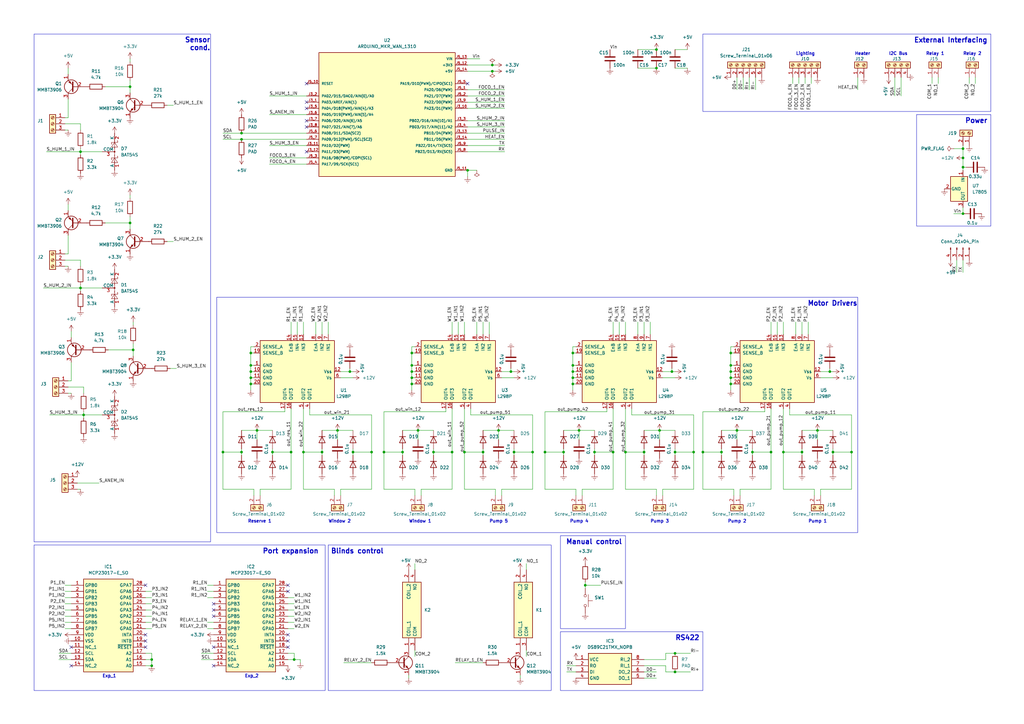
<source format=kicad_sch>
(kicad_sch (version 20230121) (generator eeschema)
  (paper "A3")
  (lib_symbols
    (symbol "+12V_1" (power) (pin_names (offset 0))
      (property "Value" "+12V_1" (at 0 3.556 0))
      (symbol "+12V_1_1_1"
        (pin power_in line (at 0 0 90) (length 0) hide (name "+12V") (number "1"))
      )
    )
    (symbol "+12V_3" (power) (pin_names (offset 0))
      (property "Value" "+12V_3" (at 0 3.556 0))
      (symbol "+12V_3_1_1"
        (pin power_in line (at 0 0 90) (length 0) hide (name "+12V") (number "1"))
      )
    )
    (symbol "+3.3V_1" (power) (pin_names (offset 0))
      (property "Value" "+3.3V_1" (at 0 3.556 0))
      (symbol "+3.3V_1_1_1"
        (pin power_in line (at 0 0 90) (length 0) hide (name "+3.3V") (number "1"))
      )
    )
    (symbol "+5V_1" (power) (pin_names (offset 0))
      (property "Value" "+5V_1" (at 0 3.556 0))
      (symbol "+5V_1_1_1"
        (pin power_in line (at 0 0 90) (length 0) hide (name "+5V") (number "1"))
      )
    )
    (symbol "+5V_2" (power) (pin_names (offset 0))
      (property "Value" "+5V_2" (at 0 3.556 0))
      (symbol "+5V_2_1_1"
        (pin power_in line (at 0 0 90) (length 0) hide (name "+5V") (number "1"))
      )
    )
    (symbol "+5V_3" (power) (pin_names (offset 0))
      (property "Value" "+5V_3" (at 0 3.556 0))
      (symbol "+5V_3_1_1"
        (pin power_in line (at 0 0 90) (length 0) hide (name "+5V") (number "1"))
      )
    )
    (symbol "ARDUINO_MKR_WAN_1310:ARDUINO_MKR_WAN_1310" (pin_names (offset 1.016))
      (property "Reference" "U" (at -27.94 27.94 0))
      (property "Value" "ARDUINO_MKR_WAN_1310" (at -27.94 -27.94 0))
      (symbol "ARDUINO_MKR_WAN_1310_0_0"
        (pin bidirectional line (at -33.02 5.08 0) (length 5.08) (name "PA03/AREF/AIN(1)") (number "J3_1"))
        (pin bidirectional line (at 33.02 2.54 180) (length 5.08) (name "PA23/D1(PWM)") (number "J3_10"))
        (pin bidirectional line (at -33.02 -12.7 0) (length 5.08) (name "PA10/D2(PWM)") (number "J3_11"))
        (pin bidirectional line (at -33.02 -15.24 0) (length 5.08) (name "PA11/D3(PWM)") (number "J3_12"))
        (pin bidirectional line (at 33.02 -7.62 180) (length 5.08) (name "PB10/D4(PWM)") (number "J3_13"))
        (pin bidirectional line (at 33.02 -10.16 180) (length 5.08) (name "PB11/D5(PWM)") (number "J3_14"))
        (pin bidirectional line (at -33.02 7.62 0) (length 5.08) (name "PA02/D15/DAC0/AIN(0)/A0") (number "J3_2"))
        (pin bidirectional line (at 33.02 -2.54 180) (length 5.08) (name "PB02/D16/AIN(10)/A1") (number "J3_3"))
        (pin bidirectional line (at 33.02 -5.08 180) (length 5.08) (name "PB03/D17/AIN(11)/A2") (number "J3_4"))
        (pin bidirectional line (at -33.02 2.54 0) (length 5.08) (name "PA04/D18(PWM)/AIN(4)/A3") (number "J3_5"))
        (pin bidirectional line (at -33.02 0 0) (length 5.08) (name "PA05/D19(PWM)/AIN(5)/A4") (number "J3_6"))
        (pin bidirectional line (at -33.02 -2.54 0) (length 5.08) (name "PA06/D20/AIN(6)/A5") (number "J3_7"))
        (pin bidirectional line (at -33.02 -5.08 0) (length 5.08) (name "PA07/D21/AIN(7)/A6") (number "J3_8"))
        (pin bidirectional line (at 33.02 5.08 180) (length 5.08) (name "PA22/D0(PWM)") (number "J3_9"))
        (pin bidirectional line (at 33.02 10.16 180) (length 5.08) (name "PA20/D6(PWM)") (number "J5_1"))
        (pin input line (at -33.02 12.7 0) (length 5.08) (name "RESET") (number "J5_10"))
        (pin power_in line (at 33.02 -22.86 180) (length 5.08) (name "GND") (number "J5_11"))
        (pin power_in line (at 33.02 20.32 180) (length 5.08) (name "+3V3") (number "J5_12"))
        (pin power_in line (at 33.02 22.86 180) (length 5.08) (name "VIN") (number "J5_13"))
        (pin power_in line (at 33.02 17.78 180) (length 5.08) (name "+5V") (number "J5_14"))
        (pin bidirectional line (at 33.02 7.62 180) (length 5.08) (name "PA21/D7(PWM)") (number "J5_2"))
        (pin bidirectional line (at -33.02 -17.78 0) (length 5.08) (name "PA16/D8(PWM)/COPI(SC1)") (number "J5_3"))
        (pin bidirectional line (at -33.02 -20.32 0) (length 5.08) (name "PA17/D9/SCK(SC1)") (number "J5_4"))
        (pin bidirectional line (at 33.02 12.7 180) (length 5.08) (name "PA19/D10(PWM)/CIPO(SC1)") (number "J5_5"))
        (pin bidirectional line (at -33.02 -7.62 0) (length 5.08) (name "PA08/D11/SDA(SC2)") (number "J5_6"))
        (pin bidirectional line (at -33.02 -10.16 0) (length 5.08) (name "PA09/D12(PWM)/SCL(SC2)") (number "J5_7"))
        (pin bidirectional line (at 33.02 -15.24 180) (length 5.08) (name "PB23/D13/RX(SC5)") (number "J5_8"))
        (pin bidirectional line (at 33.02 -12.7 180) (length 5.08) (name "PB22/D14/TX(SC5)") (number "J5_9"))
      )
    )
    (symbol "Connector:Conn_01x04_Pin" (pin_names (offset 1.016) hide)
      (property "Reference" "J" (at 0 5.08 0))
      (property "Value" "Conn_01x04_Pin" (at 0 -7.62 0))
      (symbol "Conn_01x04_Pin_1_1"
        (pin passive line (at 5.08 2.54 180) (length 3.81) (name "Pin_1") (number "1"))
        (pin passive line (at 5.08 0 180) (length 3.81) (name "Pin_2") (number "2"))
        (pin passive line (at 5.08 -2.54 180) (length 3.81) (name "Pin_3") (number "3"))
        (pin passive line (at 5.08 -5.08 180) (length 3.81) (name "Pin_4") (number "4"))
      )
    )
    (symbol "Connector:Screw_Terminal_01x02" (pin_names (offset 1.016) hide)
      (property "Reference" "J" (at 0 2.54 0))
      (property "Value" "Screw_Terminal_01x02" (at 0 -5.08 0))
      (symbol "Screw_Terminal_01x02_1_1"
        (pin passive line (at -5.08 0 0) (length 3.81) (name "Pin_1") (number "1"))
        (pin passive line (at -5.08 -2.54 0) (length 3.81) (name "Pin_2") (number "2"))
      )
    )
    (symbol "Connector:Screw_Terminal_01x03" (pin_names (offset 1.016) hide)
      (property "Reference" "J" (at 0 5.08 0))
      (property "Value" "Screw_Terminal_01x03" (at 0 -5.08 0))
      (symbol "Screw_Terminal_01x03_1_1"
        (pin passive line (at -5.08 2.54 0) (length 3.81) (name "Pin_1") (number "1"))
        (pin passive line (at -5.08 0 0) (length 3.81) (name "Pin_2") (number "2"))
        (pin passive line (at -5.08 -2.54 0) (length 3.81) (name "Pin_3") (number "3"))
      )
    )
    (symbol "Connector:Screw_Terminal_01x04" (pin_names (offset 1.016) hide)
      (property "Reference" "J" (at 0 5.08 0))
      (property "Value" "Screw_Terminal_01x04" (at 0 -7.62 0))
      (symbol "Screw_Terminal_01x04_1_1"
        (pin passive line (at -5.08 2.54 0) (length 3.81) (name "Pin_1") (number "1"))
        (pin passive line (at -5.08 0 0) (length 3.81) (name "Pin_2") (number "2"))
        (pin passive line (at -5.08 -2.54 0) (length 3.81) (name "Pin_3") (number "3"))
        (pin passive line (at -5.08 -5.08 0) (length 3.81) (name "Pin_4") (number "4"))
      )
    )
    (symbol "Connector:Screw_Terminal_01x05" (pin_names (offset 1.016) hide)
      (property "Reference" "J" (at 0 7.62 0))
      (property "Value" "Screw_Terminal_01x05" (at 0 -7.62 0))
      (symbol "Screw_Terminal_01x05_1_1"
        (pin passive line (at -5.08 5.08 0) (length 3.81) (name "Pin_1") (number "1"))
        (pin passive line (at -5.08 2.54 0) (length 3.81) (name "Pin_2") (number "2"))
        (pin passive line (at -5.08 0 0) (length 3.81) (name "Pin_3") (number "3"))
        (pin passive line (at -5.08 -2.54 0) (length 3.81) (name "Pin_4") (number "4"))
        (pin passive line (at -5.08 -5.08 0) (length 3.81) (name "Pin_5") (number "5"))
      )
    )
    (symbol "Connector:Screw_Terminal_01x06" (pin_names (offset 1.016) hide)
      (property "Reference" "J" (at 0 7.62 0))
      (property "Value" "Screw_Terminal_01x06" (at 0 -10.16 0))
      (symbol "Screw_Terminal_01x06_1_1"
        (pin passive line (at -5.08 5.08 0) (length 3.81) (name "Pin_1") (number "1"))
        (pin passive line (at -5.08 2.54 0) (length 3.81) (name "Pin_2") (number "2"))
        (pin passive line (at -5.08 0 0) (length 3.81) (name "Pin_3") (number "3"))
        (pin passive line (at -5.08 -2.54 0) (length 3.81) (name "Pin_4") (number "4"))
        (pin passive line (at -5.08 -5.08 0) (length 3.81) (name "Pin_5") (number "5"))
        (pin passive line (at -5.08 -7.62 0) (length 3.81) (name "Pin_6") (number "6"))
      )
    )
    (symbol "Device:C" (pin_numbers hide) (pin_names (offset 0.254))
      (property "Reference" "C" (at 0.635 2.54 0))
      (property "Value" "C" (at 0.635 -2.54 0))
      (symbol "C_1_1"
        (pin passive line (at 0 3.81 270) (length 2.794) (name "~") (number "1"))
        (pin passive line (at 0 -3.81 90) (length 2.794) (name "~") (number "2"))
      )
    )
    (symbol "Device:R" (pin_numbers hide) (pin_names (offset 0))
      (property "Reference" "R" (at 2.032 0 90))
      (property "Value" "R" (at 0 0 90))
      (symbol "R_1_1"
        (pin passive line (at 0 3.81 270) (length 1.27) (name "~") (number "1"))
        (pin passive line (at 0 -3.81 90) (length 1.27) (name "~") (number "2"))
      )
    )
    (symbol "Diode:1N4007" (pin_numbers hide) (pin_names (offset 1.016) hide)
      (property "Reference" "D" (at 0 2.54 0))
      (property "Value" "1N4007" (at 0 -2.54 0))
      (symbol "1N4007_1_1"
        (pin passive line (at -3.81 0 0) (length 2.54) (name "K") (number "1"))
        (pin passive line (at 3.81 0 180) (length 2.54) (name "A") (number "2"))
      )
    )
    (symbol "Diode:BAT54S" (pin_names (offset 0))
      (property "Reference" "D" (at 2.54 -5.08 0))
      (property "Value" "BAT54S" (at -6.35 3.175 0))
      (symbol "BAT54S_1_1"
        (pin passive line (at -7.62 0 0) (length 3.81) (name "A") (number "1"))
        (pin passive line (at 7.62 0 180) (length 3.81) (name "K") (number "2"))
        (pin passive line (at 0 -5.08 90) (length 5.08) (name "COM") (number "3"))
      )
    )
    (symbol "Driver_Motor:L298P" (pin_names (offset 1.016))
      (property "Reference" "U" (at -10.16 16.51 0))
      (property "Value" "L298P" (at 10.16 -16.51 0))
      (symbol "L298P_1_1"
        (pin power_in line (at -2.54 -17.78 90) (length 2.54) (name "GND") (number "1"))
        (pin power_in line (at 0 -17.78 90) (length 2.54) (name "GND") (number "10"))
        (pin power_in line (at 2.54 -17.78 90) (length 2.54) (name "GND") (number "11"))
        (pin power_in line (at 0 17.78 270) (length 2.54) (name "Vss") (number "12"))
        (pin input line (at -15.24 2.54 0) (length 2.54) (name "IN3") (number "13"))
        (pin input line (at -15.24 -2.54 0) (length 2.54) (name "EnB") (number "14"))
        (pin input line (at -15.24 0 0) (length 2.54) (name "IN4") (number "15"))
        (pin output line (at 15.24 -2.54 180) (length 2.54) (name "OUT3") (number "16"))
        (pin output line (at 15.24 -5.08 180) (length 2.54) (name "OUT4") (number "17"))
        (pin no_connect line (at 12.7 10.16 180) (length 2.54) hide (name "NC") (number "18"))
        (pin power_in line (at -7.62 -17.78 90) (length 2.54) (name "SENSE_B") (number "19"))
        (pin power_in line (at -10.16 -17.78 90) (length 2.54) (name "SENSE_A") (number "2"))
        (pin power_in line (at 5.08 -17.78 90) (length 2.54) (name "GND") (number "20"))
        (pin no_connect line (at 12.7 12.7 180) (length 2.54) hide (name "NC") (number "3"))
        (pin output line (at 15.24 5.08 180) (length 2.54) (name "OUT1") (number "4"))
        (pin output line (at 15.24 2.54 180) (length 2.54) (name "OUT2") (number "5"))
        (pin power_in line (at 2.54 17.78 270) (length 2.54) (name "Vs") (number "6"))
        (pin input line (at -15.24 12.7 0) (length 2.54) (name "IN1") (number "7"))
        (pin input line (at -15.24 7.62 0) (length 2.54) (name "EnA") (number "8"))
        (pin input line (at -15.24 10.16 0) (length 2.54) (name "IN2") (number "9"))
      )
    )
    (symbol "Earth_1" (power) (pin_names (offset 0))
      (symbol "Earth_1_1_1"
        (pin power_in line (at 0 0 270) (length 0) hide (name "Earth") (number "1"))
      )
    )
    (symbol "Earth_2" (power) (pin_names (offset 0))
      (symbol "Earth_2_1_1"
        (pin power_in line (at 0 0 270) (length 0) hide (name "Earth") (number "1"))
      )
    )
    (symbol "Regulator_Linear:L7805" (pin_names (offset 0.254))
      (property "Reference" "U" (at -3.81 3.175 0))
      (property "Value" "L7805" (at 0 3.175 0))
      (symbol "L7805_1_1"
        (pin power_in line (at -7.62 0 0) (length 2.54) (name "IN") (number "1"))
        (pin power_in line (at 0 -7.62 90) (length 2.54) (name "GND") (number "2"))
        (pin power_out line (at 7.62 0 180) (length 2.54) (name "OUT") (number "3"))
      )
    )
    (symbol "SamacSys_Parts:2071556-9"
      (property "Reference" "K" (at 29.21 7.62 0))
      (property "Value" "2071556-9" (at 29.21 5.08 0))
      (symbol "2071556-9_1_1"
        (pin passive line (at 0 0 0) (length 5.08) (name "COIL_1") (number "1"))
        (pin passive line (at 33.02 0 180) (length 5.08) (name "COIL_2") (number "2"))
        (pin passive line (at 0 -2.54 0) (length 5.08) (name "COM") (number "3"))
        (pin passive line (at 33.02 -2.54 180) (length 5.08) (name "NO") (number "4"))
      )
    )
    (symbol "SamacSys_Parts:DS89C21TMX_NOPB"
      (property "Reference" "IC" (at 24.13 7.62 0))
      (property "Value" "DS89C21TMX_NOPB" (at 24.13 5.08 0))
      (symbol "DS89C21TMX_NOPB_1_1"
        (pin passive line (at 0 0 0) (length 5.08) (name "VCC") (number "1"))
        (pin passive line (at 0 -2.54 0) (length 5.08) (name "RO") (number "2"))
        (pin passive line (at 0 -5.08 0) (length 5.08) (name "DI") (number "3"))
        (pin passive line (at 0 -7.62 0) (length 5.08) (name "GND") (number "4"))
        (pin passive line (at 27.94 -7.62 180) (length 5.08) (name "DO_1") (number "5"))
        (pin passive line (at 27.94 -5.08 180) (length 5.08) (name "DO_2") (number "6"))
        (pin passive line (at 27.94 -2.54 180) (length 5.08) (name "RI_1") (number "7"))
        (pin passive line (at 27.94 0 180) (length 5.08) (name "RI_2") (number "8"))
      )
    )
    (symbol "SamacSys_Parts:MCP23017-E_SO"
      (property "Reference" "IC" (at 26.67 7.62 0))
      (property "Value" "MCP23017-E_SO" (at 26.67 5.08 0))
      (symbol "MCP23017-E_SO_1_1"
        (pin passive line (at 0 0 0) (length 5.08) (name "GPB0") (number "1"))
        (pin passive line (at 0 -22.86 0) (length 5.08) (name "VSS") (number "10"))
        (pin passive line (at 0 -25.4 0) (length 5.08) (name "NC_1") (number "11"))
        (pin passive line (at 0 -27.94 0) (length 5.08) (name "SCL") (number "12"))
        (pin passive line (at 0 -30.48 0) (length 5.08) (name "SDA") (number "13"))
        (pin passive line (at 0 -33.02 0) (length 5.08) (name "NC_2") (number "14"))
        (pin passive line (at 30.48 -33.02 180) (length 5.08) (name "A0") (number "15"))
        (pin passive line (at 30.48 -30.48 180) (length 5.08) (name "A1") (number "16"))
        (pin passive line (at 30.48 -27.94 180) (length 5.08) (name "A2") (number "17"))
        (pin passive line (at 30.48 -25.4 180) (length 5.08) (name "~{RESET}") (number "18"))
        (pin passive line (at 30.48 -22.86 180) (length 5.08) (name "INTB") (number "19"))
        (pin passive line (at 0 -2.54 0) (length 5.08) (name "GPB1") (number "2"))
        (pin passive line (at 30.48 -20.32 180) (length 5.08) (name "INTA") (number "20"))
        (pin passive line (at 30.48 -17.78 180) (length 5.08) (name "GPA0") (number "21"))
        (pin passive line (at 30.48 -15.24 180) (length 5.08) (name "GPA1") (number "22"))
        (pin passive line (at 30.48 -12.7 180) (length 5.08) (name "GPA2") (number "23"))
        (pin passive line (at 30.48 -10.16 180) (length 5.08) (name "GPA3") (number "24"))
        (pin passive line (at 30.48 -7.62 180) (length 5.08) (name "GPA4") (number "25"))
        (pin passive line (at 30.48 -5.08 180) (length 5.08) (name "GPA5") (number "26"))
        (pin passive line (at 30.48 -2.54 180) (length 5.08) (name "GPA6") (number "27"))
        (pin passive line (at 30.48 0 180) (length 5.08) (name "GPA7") (number "28"))
        (pin passive line (at 0 -5.08 0) (length 5.08) (name "GPB2") (number "3"))
        (pin passive line (at 0 -7.62 0) (length 5.08) (name "GPB3") (number "4"))
        (pin passive line (at 0 -10.16 0) (length 5.08) (name "GPB4") (number "5"))
        (pin passive line (at 0 -12.7 0) (length 5.08) (name "GPB5") (number "6"))
        (pin passive line (at 0 -15.24 0) (length 5.08) (name "GPB6") (number "7"))
        (pin passive line (at 0 -17.78 0) (length 5.08) (name "GPB7") (number "8"))
        (pin passive line (at 0 -20.32 0) (length 5.08) (name "VDD") (number "9"))
      )
    )
    (symbol "Switch:SW_Push" (pin_numbers hide) (pin_names (offset 1.016) hide)
      (property "Reference" "SW" (at 1.27 2.54 0))
      (property "Value" "SW_Push" (at 0 -1.524 0))
      (symbol "SW_Push_0_1"
        (pin passive line (at -5.08 0 0) (length 2.54) (name "1") (number "1"))
        (pin passive line (at 5.08 0 180) (length 2.54) (name "2") (number "2"))
      )
    )
    (symbol "Transistor_BJT:2N3904" (pin_names (offset 0) hide)
      (property "Reference" "Q" (at 5.08 1.905 0))
      (property "Value" "2N3904" (at 5.08 0 0))
      (symbol "2N3904_1_1"
        (pin passive line (at 2.54 -5.08 90) (length 2.54) (name "E") (number "1"))
        (pin passive line (at -5.08 0 0) (length 5.715) (name "B") (number "2"))
        (pin passive line (at 2.54 5.08 270) (length 2.54) (name "C") (number "3"))
      )
    )
    (symbol "Transistor_BJT:2N3906" (pin_names (offset 0) hide)
      (property "Reference" "Q" (at 5.08 1.905 0))
      (property "Value" "2N3906" (at 5.08 0 0))
      (symbol "2N3906_1_1"
        (pin passive line (at 2.54 -5.08 90) (length 2.54) (name "E") (number "1"))
        (pin input line (at -5.08 0 0) (length 5.715) (name "B") (number "2"))
        (pin passive line (at 2.54 5.08 270) (length 2.54) (name "C") (number "3"))
      )
    )
    (symbol "power:+12V" (power) (pin_names (offset 0))
      (property "Value" "+12V" (at 0 3.556 0))
      (symbol "+12V_1_1"
        (pin power_in line (at 0 0 90) (length 0) hide (name "+12V") (number "1"))
      )
    )
    (symbol "power:+5V" (power) (pin_names (offset 0))
      (property "Value" "+5V" (at 0 3.556 0))
      (symbol "+5V_1_1"
        (pin power_in line (at 0 0 90) (length 0) hide (name "+5V") (number "1"))
      )
    )
    (symbol "power:Earth" (power) (pin_names (offset 0))
      (symbol "Earth_1_1"
        (pin power_in line (at 0 0 270) (length 0) hide (name "Earth") (number "1"))
      )
    )
    (symbol "power:PWR_FLAG" (power) (pin_numbers hide) (pin_names (offset 0) hide)
      (property "Value" "PWR_FLAG" (at 0 3.81 0))
      (symbol "PWR_FLAG_0_0"
        (pin power_out line (at 0 0 90) (length 0) (name "pwr") (number "1"))
      )
    )
  )
  (junction (at 270.51 176.53))
  (junction (at 34.29 170.18))
  (junction (at 308.61 185.42))
  (junction (at 111.76 185.42))
  (junction (at 99.06 57.15))
  (junction (at 62.23 273.05))
  (junction (at 240.03 240.03))
  (junction (at 177.8 185.42))
  (junction (at 33.02 118.11))
  (junction (at 165.1 185.42))
  (junction (at 53.34 91.44))
  (junction (at 105.41 176.53))
  (junction (at 62.23 270.51))
  (junction (at 316.23 185.42))
  (junction (at 102.87 149.86))
  (junction (at 201.93 26.67))
  (junction (at 269.24 27.94))
  (junction (at 168.91 152.4))
  (junction (at 299.72 157.48))
  (junction (at 168.91 157.48))
  (junction (at 302.26 176.53))
  (junction (at 349.25 185.42))
  (junction (at 99.06 54.61))
  (junction (at 335.28 176.53))
  (junction (at 168.91 154.94))
  (junction (at 276.86 267.97))
  (junction (at 201.93 29.21))
  (junction (at 102.87 157.48))
  (junction (at 276.86 275.59))
  (junction (at 341.63 185.42))
  (junction (at 102.87 152.4))
  (junction (at 138.43 176.53))
  (junction (at 209.55 152.4))
  (junction (at 237.49 176.53))
  (junction (at 276.86 185.42))
  (junction (at 157.48 185.42))
  (junction (at 120.65 270.51))
  (junction (at 394.97 87.63))
  (junction (at 102.87 154.94))
  (junction (at 234.95 154.94))
  (junction (at 234.95 152.4))
  (junction (at 191.77 69.85))
  (junction (at 299.72 144.78))
  (junction (at 299.72 154.94))
  (junction (at 284.48 185.42))
  (junction (at 198.12 185.42))
  (junction (at 264.16 185.42))
  (junction (at 143.51 152.4))
  (junction (at 234.95 157.48))
  (junction (at 119.38 185.42))
  (junction (at 234.95 149.86))
  (junction (at 144.78 185.42))
  (junction (at 275.59 152.4))
  (junction (at 223.52 185.42))
  (junction (at 91.44 185.42))
  (junction (at 321.31 185.42))
  (junction (at 124.46 185.42))
  (junction (at 204.47 176.53))
  (junction (at 168.91 144.78))
  (junction (at 99.06 185.42))
  (junction (at 210.82 185.42))
  (junction (at 185.42 185.42))
  (junction (at 243.84 185.42))
  (junction (at 256.54 185.42))
  (junction (at 299.72 149.86))
  (junction (at 218.44 185.42))
  (junction (at 152.4 185.42))
  (junction (at 340.36 152.4))
  (junction (at 394.97 68.58))
  (junction (at 53.34 35.56))
  (junction (at 251.46 185.42))
  (junction (at 394.97 60.96))
  (junction (at 288.29 185.42))
  (junction (at 234.95 144.78))
  (junction (at 102.87 144.78))
  (junction (at 33.02 62.23))
  (junction (at 171.45 176.53))
  (junction (at 54.61 143.51))
  (junction (at 394.97 64.77))
  (junction (at 168.91 149.86))
  (junction (at 269.24 20.32))
  (junction (at 295.91 185.42))
  (junction (at 328.93 185.42))
  (junction (at 132.08 185.42))
  (junction (at 190.5 185.42))
  (junction (at 231.14 185.42))
  (junction (at 299.72 152.4))
  (no_connect (at 125.73 44.45))
  (no_connect (at 125.73 34.29))
  (no_connect (at 59.69 265.43))
  (no_connect (at 87.63 250.19))
  (no_connect (at 125.73 62.23))
  (no_connect (at 118.11 265.43))
  (no_connect (at 118.11 260.35))
  (no_connect (at 87.63 273.05))
  (no_connect (at 118.11 240.03))
  (no_connect (at 87.63 247.65))
  (no_connect (at 87.63 252.73))
  (no_connect (at 59.69 240.03))
  (no_connect (at 191.77 34.29))
  (no_connect (at 29.21 265.43))
  (no_connect (at 125.73 41.91))
  (no_connect (at 125.73 49.53))
  (no_connect (at 29.21 273.05))
  (no_connect (at 59.69 260.35))
  (no_connect (at 118.11 242.57))
  (no_connect (at 87.63 265.43))
  (no_connect (at 125.73 52.07))
  (no_connect (at 118.11 262.89))
  (no_connect (at 59.69 262.89))
  (wire (pts (xy 102.87 157.48) (xy 102.87 160.02)))
  (wire (pts (xy 191.77 36.83) (xy 207.01 36.83)))
  (wire (pts (xy 27.94 40.64) (xy 27.94 48.26)))
  (wire (pts (xy 236.22 200.66) (xy 236.22 203.2)))
  (wire (pts (xy 254 132.08) (xy 254 137.16)))
  (wire (pts (xy 193.04 167.64) (xy 193.04 170.18)))
  (wire (pts (xy 256.54 185.42) (xy 264.16 185.42)))
  (wire (pts (xy 232.41 273.05) (xy 236.22 273.05)))
  (wire (pts (xy 168.91 142.24) (xy 168.91 144.78)))
  (wire (pts (xy 299.72 157.48) (xy 299.72 160.02)))
  (wire (pts (xy 394.97 68.58) (xy 394.97 69.85)))
  (wire (pts (xy 321.31 185.42) (xy 328.93 185.42)))
  (wire (pts (xy 284.48 200.66) (xy 271.78 200.66)))
  (wire (pts (xy 332.74 34.29) (xy 332.74 31.75)))
  (wire (pts (xy 82.55 267.97) (xy 87.63 267.97)))
  (wire (pts (xy 33.02 60.96) (xy 33.02 62.23)))
  (wire (pts (xy 34.29 170.18) (xy 41.91 170.18)))
  (wire (pts (xy 143.51 151.13) (xy 143.51 152.4)))
  (wire (pts (xy 102.87 154.94) (xy 104.14 154.94)))
  (wire (pts (xy 54.61 132.08) (xy 54.61 133.35)))
  (wire (pts (xy 187.96 132.08) (xy 187.96 137.16)))
  (wire (pts (xy 261.62 20.32) (xy 269.24 20.32)))
  (wire (pts (xy 167.64 278.13) (xy 167.64 276.86)))
  (wire (pts (xy 182.88 168.91) (xy 182.88 167.64)))
  (wire (pts (xy 24.13 267.97) (xy 29.21 267.97)))
  (wire (pts (xy 157.48 168.91) (xy 157.48 185.42)))
  (wire (pts (xy 62.23 242.57) (xy 59.69 242.57)))
  (wire (pts (xy 91.44 168.91) (xy 91.44 185.42)))
  (wire (pts (xy 240.03 240.03) (xy 240.03 241.3)))
  (wire (pts (xy 328.93 176.53) (xy 335.28 176.53)))
  (wire (pts (xy 218.44 170.18) (xy 218.44 185.42)))
  (wire (pts (xy 321.31 132.08) (xy 321.31 137.16)))
  (wire (pts (xy 201.93 29.21) (xy 191.77 29.21)))
  (wire (pts (xy 198.12 185.42) (xy 198.12 186.69)))
  (wire (pts (xy 266.7 132.08) (xy 266.7 137.16)))
  (wire (pts (xy 234.95 157.48) (xy 236.22 157.48)))
  (wire (pts (xy 275.59 152.4) (xy 271.78 152.4)))
  (wire (pts (xy 256.54 200.66) (xy 269.24 200.66)))
  (wire (pts (xy 351.79 31.75) (xy 351.79 36.83)))
  (wire (pts (xy 288.29 200.66) (xy 300.99 200.66)))
  (wire (pts (xy 328.93 184.15) (xy 328.93 185.42)))
  (wire (pts (xy 33.02 106.68) (xy 33.02 109.22)))
  (wire (pts (xy 215.9 231.14) (xy 215.9 233.68)))
  (wire (pts (xy 34.29 170.18) (xy 20.32 170.18)))
  (wire (pts (xy 27.94 53.34) (xy 26.67 53.34)))
  (wire (pts (xy 116.84 168.91) (xy 91.44 168.91)))
  (wire (pts (xy 210.82 185.42) (xy 218.44 185.42)))
  (wire (pts (xy 237.49 176.53) (xy 237.49 180.34)))
  (wire (pts (xy 138.43 176.53) (xy 144.78 176.53)))
  (wire (pts (xy 168.91 157.48) (xy 168.91 160.02)))
  (wire (pts (xy 394.97 106.68) (xy 394.97 111.76)))
  (wire (pts (xy 299.72 152.4) (xy 300.99 152.4)))
  (wire (pts (xy 124.46 167.64) (xy 124.46 185.42)))
  (wire (pts (xy 182.88 168.91) (xy 157.48 168.91)))
  (wire (pts (xy 193.04 170.18) (xy 218.44 170.18)))
  (wire (pts (xy 165.1 184.15) (xy 165.1 185.42)))
  (wire (pts (xy 394.97 59.69) (xy 394.97 60.96)))
  (wire (pts (xy 85.09 242.57) (xy 87.63 242.57)))
  (wire (pts (xy 299.72 154.94) (xy 300.99 154.94)))
  (wire (pts (xy 270.51 176.53) (xy 276.86 176.53)))
  (wire (pts (xy 123.19 270.51) (xy 123.19 271.78)))
  (wire (pts (xy 59.69 270.51) (xy 62.23 270.51)))
  (wire (pts (xy 26.67 50.8) (xy 33.02 50.8)))
  (wire (pts (xy 321.31 185.42) (xy 321.31 200.66)))
  (wire (pts (xy 116.84 168.91) (xy 116.84 167.64)))
  (wire (pts (xy 234.95 142.24) (xy 234.95 144.78)))
  (wire (pts (xy 177.8 185.42) (xy 177.8 186.69)))
  (wire (pts (xy 120.65 247.65) (xy 118.11 247.65)))
  (wire (pts (xy 302.26 176.53) (xy 308.61 176.53)))
  (wire (pts (xy 33.02 118.11) (xy 17.78 118.11)))
  (wire (pts (xy 165.1 185.42) (xy 165.1 186.69)))
  (wire (pts (xy 29.21 156.21) (xy 27.94 156.21)))
  (wire (pts (xy 165.1 176.53) (xy 171.45 176.53)))
  (wire (pts (xy 327.66 34.29) (xy 327.66 31.75)))
  (wire (pts (xy 276.86 184.15) (xy 276.86 185.42)))
  (wire (pts (xy 152.4 185.42) (xy 152.4 200.66)))
  (wire (pts (xy 125.73 46.99) (xy 110.49 46.99)))
  (wire (pts (xy 170.18 231.14) (xy 170.18 233.68)))
  (wire (pts (xy 111.76 185.42) (xy 119.38 185.42)))
  (wire (pts (xy 237.49 176.53) (xy 243.84 176.53)))
  (wire (pts (xy 125.73 54.61) (xy 99.06 54.61)))
  (wire (pts (xy 264.16 132.08) (xy 264.16 137.16)))
  (wire (pts (xy 198.12 184.15) (xy 198.12 185.42)))
  (wire (pts (xy 29.21 135.89) (xy 29.21 138.43)))
  (wire (pts (xy 264.16 275.59) (xy 269.24 275.59)))
  (wire (pts (xy 105.41 176.53) (xy 105.41 180.34)))
  (wire (pts (xy 218.44 185.42) (xy 218.44 200.66)))
  (wire (pts (xy 276.86 185.42) (xy 284.48 185.42)))
  (wire (pts (xy 139.7 200.66) (xy 139.7 203.2)))
  (wire (pts (xy 120.65 245.11) (xy 118.11 245.11)))
  (wire (pts (xy 210.82 152.4) (xy 209.55 152.4)))
  (wire (pts (xy 276.86 267.97) (xy 283.21 267.97)))
  (wire (pts (xy 119.38 200.66) (xy 106.68 200.66)))
  (wire (pts (xy 27.94 96.52) (xy 27.94 104.14)))
  (wire (pts (xy 238.76 200.66) (xy 238.76 203.2)))
  (wire (pts (xy 394.97 64.77) (xy 394.97 68.58)))
  (wire (pts (xy 275.59 151.13) (xy 275.59 152.4)))
  (wire (pts (xy 243.84 184.15) (xy 243.84 185.42)))
  (wire (pts (xy 223.52 185.42) (xy 231.14 185.42)))
  (wire (pts (xy 124.46 200.66) (xy 137.16 200.66)))
  (wire (pts (xy 27.94 158.75) (xy 34.29 158.75)))
  (wire (pts (xy 316.23 167.64) (xy 316.23 185.42)))
  (wire (pts (xy 234.95 144.78) (xy 236.22 144.78)))
  (wire (pts (xy 234.95 149.86) (xy 234.95 152.4)))
  (wire (pts (xy 328.93 132.08) (xy 328.93 137.16)))
  (wire (pts (xy 33.02 50.8) (xy 33.02 53.34)))
  (wire (pts (xy 168.91 154.94) (xy 168.91 157.48)))
  (wire (pts (xy 234.95 154.94) (xy 236.22 154.94)))
  (wire (pts (xy 223.52 168.91) (xy 223.52 185.42)))
  (wire (pts (xy 91.44 185.42) (xy 99.06 185.42)))
  (wire (pts (xy 369.57 39.37) (xy 369.57 31.75)))
  (wire (pts (xy 349.25 200.66) (xy 336.55 200.66)))
  (wire (pts (xy 43.18 91.44) (xy 53.34 91.44)))
  (wire (pts (xy 85.09 240.03) (xy 87.63 240.03)))
  (wire (pts (xy 26.67 106.68) (xy 33.02 106.68)))
  (wire (pts (xy 33.02 62.23) (xy 41.91 62.23)))
  (wire (pts (xy 102.87 149.86) (xy 102.87 152.4)))
  (wire (pts (xy 152.4 200.66) (xy 139.7 200.66)))
  (wire (pts (xy 59.69 273.05) (xy 62.23 273.05)))
  (wire (pts (xy 308.61 185.42) (xy 308.61 186.69)))
  (wire (pts (xy 191.77 69.85) (xy 195.58 69.85)))
  (wire (pts (xy 195.58 132.08) (xy 195.58 137.16)))
  (wire (pts (xy 144.78 185.42) (xy 152.4 185.42)))
  (wire (pts (xy 26.67 240.03) (xy 29.21 240.03)))
  (wire (pts (xy 318.77 132.08) (xy 318.77 137.16)))
  (wire (pts (xy 102.87 144.78) (xy 102.87 149.86)))
  (wire (pts (xy 102.87 142.24) (xy 102.87 144.78)))
  (wire (pts (xy 349.25 170.18) (xy 349.25 185.42)))
  (wire (pts (xy 44.45 143.51) (xy 54.61 143.51)))
  (wire (pts (xy 261.62 132.08) (xy 261.62 137.16)))
  (wire (pts (xy 134.62 132.08) (xy 134.62 137.16)))
  (wire (pts (xy 62.23 255.27) (xy 59.69 255.27)))
  (wire (pts (xy 139.7 154.94) (xy 144.78 154.94)))
  (wire (pts (xy 341.63 185.42) (xy 341.63 186.69)))
  (wire (pts (xy 190.5 167.64) (xy 190.5 185.42)))
  (wire (pts (xy 138.43 176.53) (xy 138.43 180.34)))
  (wire (pts (xy 124.46 132.08) (xy 124.46 137.16)))
  (wire (pts (xy 177.8 184.15) (xy 177.8 185.42)))
  (wire (pts (xy 271.78 154.94) (xy 276.86 154.94)))
  (wire (pts (xy 62.23 267.97) (xy 62.23 270.51)))
  (wire (pts (xy 40.64 198.12) (xy 31.75 198.12)))
  (wire (pts (xy 102.87 152.4) (xy 104.14 152.4)))
  (wire (pts (xy 273.05 270.51) (xy 273.05 267.97)))
  (wire (pts (xy 191.77 41.91) (xy 207.01 41.91)))
  (wire (pts (xy 140.97 271.78) (xy 152.4 271.78)))
  (wire (pts (xy 118.11 267.97) (xy 120.65 267.97)))
  (wire (pts (xy 288.29 185.42) (xy 295.91 185.42)))
  (wire (pts (xy 299.72 142.24) (xy 299.72 144.78)))
  (wire (pts (xy 264.16 184.15) (xy 264.16 185.42)))
  (wire (pts (xy 123.19 270.51) (xy 120.65 270.51)))
  (wire (pts (xy 105.41 176.53) (xy 111.76 176.53)))
  (wire (pts (xy 99.06 57.15) (xy 125.73 57.15)))
  (wire (pts (xy 276.86 27.94) (xy 281.94 27.94)))
  (wire (pts (xy 203.2 200.66) (xy 203.2 203.2)))
  (wire (pts (xy 316.23 185.42) (xy 316.23 200.66)))
  (wire (pts (xy 336.55 200.66) (xy 336.55 203.2)))
  (wire (pts (xy 251.46 200.66) (xy 238.76 200.66)))
  (wire (pts (xy 326.39 132.08) (xy 326.39 137.16)))
  (wire (pts (xy 367.03 39.37) (xy 367.03 31.75)))
  (wire (pts (xy 284.48 170.18) (xy 284.48 185.42)))
  (wire (pts (xy 91.44 57.15) (xy 99.06 57.15)))
  (wire (pts (xy 191.77 52.07) (xy 207.01 52.07)))
  (wire (pts (xy 53.34 91.44) (xy 53.34 93.98)))
  (wire (pts (xy 120.65 267.97) (xy 120.65 270.51)))
  (wire (pts (xy 125.73 59.69) (xy 110.49 59.69)))
  (wire (pts (xy 251.46 132.08) (xy 251.46 137.16)))
  (wire (pts (xy 201.93 26.67) (xy 191.77 26.67)))
  (wire (pts (xy 120.65 255.27) (xy 118.11 255.27)))
  (wire (pts (xy 391.16 87.63) (xy 394.97 87.63)))
  (wire (pts (xy 177.8 185.42) (xy 185.42 185.42)))
  (wire (pts (xy 127 167.64) (xy 127 170.18)))
  (wire (pts (xy 91.44 54.61) (xy 99.06 54.61)))
  (wire (pts (xy 125.73 39.37) (xy 110.49 39.37)))
  (wire (pts (xy 34.29 170.18) (xy 34.29 171.45)))
  (wire (pts (xy 62.23 247.65) (xy 59.69 247.65)))
  (wire (pts (xy 190.5 200.66) (xy 203.2 200.66)))
  (wire (pts (xy 397.51 31.75) (xy 397.51 34.29)))
  (wire (pts (xy 185.42 167.64) (xy 185.42 185.42)))
  (wire (pts (xy 168.91 154.94) (xy 170.18 154.94)))
  (wire (pts (xy 330.2 34.29) (xy 330.2 31.75)))
  (wire (pts (xy 234.95 154.94) (xy 234.95 157.48)))
  (wire (pts (xy 99.06 185.42) (xy 99.06 186.69)))
  (wire (pts (xy 334.01 200.66) (xy 334.01 203.2)))
  (wire (pts (xy 295.91 176.53) (xy 302.26 176.53)))
  (wire (pts (xy 203.2 26.67) (xy 201.93 26.67)))
  (wire (pts (xy 152.4 170.18) (xy 152.4 185.42)))
  (wire (pts (xy 111.76 185.42) (xy 111.76 186.69)))
  (wire (pts (xy 102.87 154.94) (xy 102.87 157.48)))
  (wire (pts (xy 299.72 154.94) (xy 299.72 157.48)))
  (wire (pts (xy 295.91 184.15) (xy 295.91 185.42)))
  (wire (pts (xy 121.92 132.08) (xy 121.92 137.16)))
  (wire (pts (xy 251.46 185.42) (xy 251.46 200.66)))
  (wire (pts (xy 215.9 266.7) (xy 215.9 269.24)))
  (wire (pts (xy 191.77 59.69) (xy 207.01 59.69)))
  (wire (pts (xy 284.48 185.42) (xy 284.48 200.66)))
  (wire (pts (xy 87.63 255.27) (xy 85.09 255.27)))
  (wire (pts (xy 26.67 250.19) (xy 29.21 250.19)))
  (wire (pts (xy 340.36 152.4) (xy 336.55 152.4)))
  (wire (pts (xy 248.92 168.91) (xy 223.52 168.91)))
  (wire (pts (xy 34.29 168.91) (xy 34.29 170.18)))
  (wire (pts (xy 168.91 157.48) (xy 170.18 157.48)))
  (wire (pts (xy 54.61 143.51) (xy 54.61 146.05)))
  (wire (pts (xy 325.12 31.75) (xy 325.12 34.29)))
  (wire (pts (xy 191.77 39.37) (xy 207.01 39.37)))
  (wire (pts (xy 168.91 144.78) (xy 170.18 144.78)))
  (wire (pts (xy 110.49 64.77) (xy 125.73 64.77)))
  (wire (pts (xy 204.47 176.53) (xy 210.82 176.53)))
  (wire (pts (xy 102.87 149.86) (xy 104.14 149.86)))
  (wire (pts (xy 236.22 142.24) (xy 234.95 142.24)))
  (wire (pts (xy 59.69 267.97) (xy 62.23 267.97)))
  (wire (pts (xy 53.34 88.9) (xy 53.34 91.44)))
  (wire (pts (xy 392.43 106.68) (xy 392.43 111.76)))
  (wire (pts (xy 91.44 185.42) (xy 91.44 200.66)))
  (wire (pts (xy 300.99 200.66) (xy 300.99 203.2)))
  (wire (pts (xy 191.77 57.15) (xy 207.01 57.15)))
  (wire (pts (xy 308.61 184.15) (xy 308.61 185.42)))
  (wire (pts (xy 304.8 31.75) (xy 304.8 36.83)))
  (wire (pts (xy 144.78 152.4) (xy 143.51 152.4)))
  (wire (pts (xy 129.54 132.08) (xy 129.54 137.16)))
  (wire (pts (xy 231.14 176.53) (xy 237.49 176.53)))
  (wire (pts (xy 190.5 185.42) (xy 190.5 200.66)))
  (wire (pts (xy 185.42 200.66) (xy 172.72 200.66)))
  (wire (pts (xy 336.55 154.94) (xy 341.63 154.94)))
  (wire (pts (xy 205.74 200.66) (xy 205.74 203.2)))
  (wire (pts (xy 223.52 200.66) (xy 236.22 200.66)))
  (wire (pts (xy 120.65 257.81) (xy 118.11 257.81)))
  (wire (pts (xy 124.46 185.42) (xy 132.08 185.42)))
  (wire (pts (xy 303.53 200.66) (xy 303.53 203.2)))
  (wire (pts (xy 118.11 270.51) (xy 120.65 270.51)))
  (wire (pts (xy 234.95 152.4) (xy 234.95 154.94)))
  (wire (pts (xy 62.23 257.81) (xy 59.69 257.81)))
  (wire (pts (xy 157.48 200.66) (xy 170.18 200.66)))
  (wire (pts (xy 26.67 257.81) (xy 29.21 257.81)))
  (wire (pts (xy 171.45 176.53) (xy 171.45 180.34)))
  (wire (pts (xy 132.08 184.15) (xy 132.08 185.42)))
  (wire (pts (xy 26.67 252.73) (xy 29.21 252.73)))
  (wire (pts (xy 259.08 167.64) (xy 259.08 170.18)))
  (wire (pts (xy 120.65 252.73) (xy 118.11 252.73)))
  (wire (pts (xy 119.38 185.42) (xy 119.38 200.66)))
  (wire (pts (xy 264.16 270.51) (xy 273.05 270.51)))
  (wire (pts (xy 191.77 44.45) (xy 207.01 44.45)))
  (wire (pts (xy 82.55 270.51) (xy 87.63 270.51)))
  (wire (pts (xy 119.38 167.64) (xy 119.38 185.42)))
  (wire (pts (xy 264.16 273.05) (xy 273.05 273.05)))
  (wire (pts (xy 185.42 185.42) (xy 185.42 200.66)))
  (wire (pts (xy 106.68 200.66) (xy 106.68 203.2)))
  (wire (pts (xy 276.86 20.32) (xy 281.94 20.32)))
  (wire (pts (xy 172.72 200.66) (xy 172.72 203.2)))
  (wire (pts (xy 394.97 60.96) (xy 394.97 64.77)))
  (wire (pts (xy 308.61 185.42) (xy 316.23 185.42)))
  (wire (pts (xy 240.03 238.76) (xy 240.03 240.03)))
  (wire (pts (xy 185.42 132.08) (xy 185.42 137.16)))
  (wire (pts (xy 309.88 31.75) (xy 309.88 36.83)))
  (wire (pts (xy 331.47 132.08) (xy 331.47 137.16)))
  (wire (pts (xy 198.12 176.53) (xy 204.47 176.53)))
  (wire (pts (xy 27.94 48.26) (xy 26.67 48.26)))
  (wire (pts (xy 335.28 176.53) (xy 341.63 176.53)))
  (wire (pts (xy 132.08 132.08) (xy 132.08 137.16)))
  (wire (pts (xy 102.87 157.48) (xy 104.14 157.48)))
  (wire (pts (xy 53.34 33.02) (xy 53.34 35.56)))
  (wire (pts (xy 213.36 278.13) (xy 213.36 276.86)))
  (wire (pts (xy 99.06 176.53) (xy 105.41 176.53)))
  (wire (pts (xy 209.55 152.4) (xy 205.74 152.4)))
  (wire (pts (xy 102.87 152.4) (xy 102.87 154.94)))
  (wire (pts (xy 198.12 132.08) (xy 198.12 137.16)))
  (wire (pts (xy 288.29 168.91) (xy 288.29 185.42)))
  (wire (pts (xy 270.51 176.53) (xy 270.51 180.34)))
  (wire (pts (xy 190.5 132.08) (xy 190.5 137.16)))
  (wire (pts (xy 323.85 170.18) (xy 349.25 170.18)))
  (wire (pts (xy 218.44 200.66) (xy 205.74 200.66)))
  (wire (pts (xy 170.18 200.66) (xy 170.18 203.2)))
  (wire (pts (xy 209.55 151.13) (xy 209.55 152.4)))
  (wire (pts (xy 264.16 185.42) (xy 264.16 186.69)))
  (wire (pts (xy 394.97 85.09) (xy 394.97 87.63)))
  (wire (pts (xy 276.86 152.4) (xy 275.59 152.4)))
  (wire (pts (xy 26.67 245.11) (xy 29.21 245.11)))
  (wire (pts (xy 85.09 245.11) (xy 87.63 245.11)))
  (wire (pts (xy 223.52 185.42) (xy 223.52 200.66)))
  (wire (pts (xy 302.26 31.75) (xy 302.26 36.83)))
  (wire (pts (xy 68.58 99.06) (xy 71.12 99.06)))
  (wire (pts (xy 302.26 176.53) (xy 302.26 180.34)))
  (wire (pts (xy 300.99 142.24) (xy 299.72 142.24)))
  (wire (pts (xy 53.34 80.01) (xy 53.34 81.28)))
  (wire (pts (xy 27.94 109.22) (xy 26.67 109.22)))
  (wire (pts (xy 33.02 200.66) (xy 31.75 200.66)))
  (wire (pts (xy 143.51 152.4) (xy 139.7 152.4)))
  (wire (pts (xy 264.16 176.53) (xy 270.51 176.53)))
  (wire (pts (xy 234.95 149.86) (xy 236.22 149.86)))
  (wire (pts (xy 104.14 142.24) (xy 102.87 142.24)))
  (wire (pts (xy 27.94 83.82) (xy 27.94 86.36)))
  (wire (pts (xy 91.44 200.66) (xy 104.14 200.66)))
  (wire (pts (xy 341.63 185.42) (xy 349.25 185.42)))
  (wire (pts (xy 144.78 184.15) (xy 144.78 185.42)))
  (wire (pts (xy 29.21 148.59) (xy 29.21 156.21)))
  (wire (pts (xy 203.2 29.21) (xy 201.93 29.21)))
  (wire (pts (xy 234.95 152.4) (xy 236.22 152.4)))
  (wire (pts (xy 400.05 31.75) (xy 400.05 34.29)))
  (wire (pts (xy 231.14 185.42) (xy 231.14 186.69)))
  (wire (pts (xy 382.27 31.75) (xy 382.27 34.29)))
  (wire (pts (xy 191.77 62.23) (xy 207.01 62.23)))
  (wire (pts (xy 299.72 144.78) (xy 299.72 149.86)))
  (wire (pts (xy 191.77 72.39) (xy 191.77 69.85)))
  (wire (pts (xy 170.18 266.7) (xy 170.18 269.24)))
  (wire (pts (xy 127 170.18) (xy 152.4 170.18)))
  (wire (pts (xy 261.62 27.94) (xy 269.24 27.94)))
  (wire (pts (xy 157.48 185.42) (xy 157.48 200.66)))
  (wire (pts (xy 321.31 167.64) (xy 321.31 185.42)))
  (wire (pts (xy 27.94 27.94) (xy 27.94 30.48)))
  (wire (pts (xy 120.65 250.19) (xy 118.11 250.19)))
  (wire (pts (xy 144.78 185.42) (xy 144.78 186.69)))
  (wire (pts (xy 111.76 184.15) (xy 111.76 185.42)))
  (wire (pts (xy 234.95 157.48) (xy 234.95 160.02)))
  (wire (pts (xy 204.47 176.53) (xy 204.47 180.34)))
  (wire (pts (xy 87.63 257.81) (xy 85.09 257.81)))
  (wire (pts (xy 104.14 200.66) (xy 104.14 203.2)))
  (wire (pts (xy 54.61 140.97) (xy 54.61 143.51)))
  (wire (pts (xy 313.69 168.91) (xy 288.29 168.91)))
  (wire (pts (xy 137.16 200.66) (xy 137.16 203.2)))
  (wire (pts (xy 191.77 49.53) (xy 207.01 49.53)))
  (wire (pts (xy 68.58 43.18) (xy 71.12 43.18)))
  (wire (pts (xy 264.16 278.13) (xy 269.24 278.13)))
  (wire (pts (xy 335.28 176.53) (xy 335.28 180.34)))
  (wire (pts (xy 307.34 31.75) (xy 307.34 36.83)))
  (wire (pts (xy 110.49 67.31) (xy 125.73 67.31)))
  (wire (pts (xy 248.92 168.91) (xy 248.92 167.64)))
  (wire (pts (xy 205.74 154.94) (xy 210.82 154.94)))
  (wire (pts (xy 313.69 168.91) (xy 313.69 167.64)))
  (wire (pts (xy 200.66 132.08) (xy 200.66 137.16)))
  (wire (pts (xy 394.97 68.58) (xy 396.24 68.58)))
  (wire (pts (xy 323.85 167.64) (xy 323.85 170.18)))
  (wire (pts (xy 316.23 200.66) (xy 303.53 200.66)))
  (wire (pts (xy 328.93 185.42) (xy 328.93 186.69)))
  (wire (pts (xy 186.69 271.78) (xy 198.12 271.78)))
  (wire (pts (xy 299.72 149.86) (xy 299.72 152.4)))
  (wire (pts (xy 168.91 149.86) (xy 170.18 149.86)))
  (wire (pts (xy 53.34 35.56) (xy 53.34 38.1)))
  (wire (pts (xy 132.08 185.42) (xy 132.08 186.69)))
  (wire (pts (xy 168.91 152.4) (xy 168.91 154.94)))
  (wire (pts (xy 299.72 144.78) (xy 300.99 144.78)))
  (wire (pts (xy 231.14 184.15) (xy 231.14 185.42)))
  (wire (pts (xy 321.31 200.66) (xy 334.01 200.66)))
  (wire (pts (xy 102.87 144.78) (xy 104.14 144.78)))
  (wire (pts (xy 273.05 267.97) (xy 276.86 267.97)))
  (wire (pts (xy 299.72 152.4) (xy 299.72 154.94)))
  (wire (pts (xy 288.29 185.42) (xy 288.29 200.66)))
  (wire (pts (xy 259.08 170.18) (xy 284.48 170.18)))
  (wire (pts (xy 168.91 152.4) (xy 170.18 152.4)))
  (wire (pts (xy 341.63 184.15) (xy 341.63 185.42)))
  (wire (pts (xy 119.38 132.08) (xy 119.38 137.16)))
  (wire (pts (xy 243.84 185.42) (xy 243.84 186.69)))
  (wire (pts (xy 168.91 144.78) (xy 168.91 149.86)))
  (wire (pts (xy 207.01 54.61) (xy 191.77 54.61)))
  (wire (pts (xy 256.54 167.64) (xy 256.54 185.42)))
  (wire (pts (xy 124.46 185.42) (xy 124.46 200.66)))
  (wire (pts (xy 157.48 185.42) (xy 165.1 185.42)))
  (wire (pts (xy 99.06 184.15) (xy 99.06 185.42)))
  (wire (pts (xy 384.81 31.75) (xy 384.81 34.29)))
  (wire (pts (xy 276.86 185.42) (xy 276.86 186.69)))
  (wire (pts (xy 234.95 144.78) (xy 234.95 149.86)))
  (wire (pts (xy 53.34 24.13) (xy 53.34 25.4)))
  (wire (pts (xy 256.54 185.42) (xy 256.54 200.66)))
  (wire (pts (xy 210.82 184.15) (xy 210.82 185.42)))
  (wire (pts (xy 33.02 62.23) (xy 33.02 63.5)))
  (wire (pts (xy 34.29 158.75) (xy 34.29 161.29)))
  (wire (pts (xy 273.05 275.59) (xy 276.86 275.59)))
  (wire (pts (xy 232.41 275.59) (xy 236.22 275.59)))
  (wire (pts (xy 391.16 60.96) (xy 394.97 60.96)))
  (wire (pts (xy 33.02 118.11) (xy 41.91 118.11)))
  (wire (pts (xy 24.13 270.51) (xy 29.21 270.51)))
  (wire (pts (xy 269.24 200.66) (xy 269.24 203.2)))
  (wire (pts (xy 26.67 242.57) (xy 29.21 242.57)))
  (wire (pts (xy 273.05 273.05) (xy 273.05 275.59)))
  (wire (pts (xy 62.23 252.73) (xy 59.69 252.73)))
  (wire (pts (xy 210.82 185.42) (xy 210.82 186.69)))
  (wire (pts (xy 168.91 149.86) (xy 168.91 152.4)))
  (wire (pts (xy 256.54 132.08) (xy 256.54 137.16)))
  (wire (pts (xy 316.23 132.08) (xy 316.23 137.16)))
  (wire (pts (xy 26.67 255.27) (xy 29.21 255.27)))
  (wire (pts (xy 341.63 152.4) (xy 340.36 152.4)))
  (wire (pts (xy 132.08 176.53) (xy 138.43 176.53)))
  (wire (pts (xy 340.36 151.13) (xy 340.36 152.4)))
  (wire (pts (xy 62.23 270.51) (xy 62.23 273.05)))
  (wire (pts (xy 276.86 275.59) (xy 283.21 275.59)))
  (wire (pts (xy 191.77 24.13) (xy 196.85 24.13)))
  (wire (pts (xy 19.05 62.23) (xy 33.02 62.23)))
  (wire (pts (xy 271.78 200.66) (xy 271.78 203.2)))
  (wire (pts (xy 349.25 185.42) (xy 349.25 200.66)))
  (wire (pts (xy 43.18 35.56) (xy 53.34 35.56)))
  (wire (pts (xy 243.84 185.42) (xy 251.46 185.42)))
  (wire (pts (xy 170.18 142.24) (xy 168.91 142.24)))
  (wire (pts (xy 62.23 250.19) (xy 59.69 250.19)))
  (wire (pts (xy 69.85 151.13) (xy 72.39 151.13)))
  (wire (pts (xy 29.21 161.29) (xy 27.94 161.29)))
  (wire (pts (xy 299.72 157.48) (xy 300.99 157.48)))
  (wire (pts (xy 240.03 240.03) (xy 246.38 240.03)))
  (wire (pts (xy 295.91 185.42) (xy 295.91 186.69)))
  (wire (pts (xy 27.94 104.14) (xy 26.67 104.14)))
  (wire (pts (xy 26.67 247.65) (xy 29.21 247.65)))
  (wire (pts (xy 299.72 149.86) (xy 300.99 149.86)))
  (wire (pts (xy 171.45 176.53) (xy 177.8 176.53)))
  (wire (pts (xy 62.23 245.11) (xy 59.69 245.11)))
  (wire (pts (xy 33.02 116.84) (xy 33.02 118.11)))
  (wire (pts (xy 33.02 118.11) (xy 33.02 119.38)))
  (wire (pts (xy 251.46 167.64) (xy 251.46 185.42)))
  (wire (pts (xy 190.5 185.42) (xy 198.12 185.42)))
  (rectangle (start 288.29 13.97) (end 406.4 45.72))
  (rectangle (start 229.87 259.08) (end 288.29 283.21))
  (rectangle (start 13.97 13.97) (end 86.36 222.25))
  (rectangle (start 375.92 46.99) (end 406.4 92.71))
  (rectangle (start 13.97 223.52) (end 133.35 283.21))
  (rectangle (start 134.62 223.52) (end 226.06 283.21))
  (rectangle (start 229.87 219.71) (end 256.54 257.81))
  (rectangle (start 88.9 121.92) (end 351.79 218.44))
  (text "Sensor\ncond.\n\n" (at 86.36 24.13 0) (effects (font (size 2 2) (thickness 0.4) bold) (justify right bottom)))
  (text "Window 1" (at 167.64 214.63 0) (effects (font (size 1.27 1.27) (thickness 0.254) bold) (justify left bottom)))
  (text "RS422\n" (at 287.02 262.89 0) (effects (font (size 2 2) (thickness 0.4) bold) (justify right bottom)))
  (text "Lighting\n" (at 326.39 22.86 0) (effects (font (size 1.27 1.27) (thickness 0.254) bold) (justify left bottom)))
  (text "I2C Bus\n" (at 364.49 22.86 0) (effects (font (size 1.27 1.27) (thickness 0.254) bold) (justify left bottom)))
  (text "Pump 4\n" (at 233.68 214.63 0) (effects (font (size 1.27 1.27) (thickness 0.254) bold) (justify left bottom)))
  (text "Pump 3" (at 266.7 214.63 0) (effects (font (size 1.27 1.27) (thickness 0.254) bold) (justify left bottom)))
  (text "Manual control\n" (at 255.27 223.52 0) (effects (font (size 2 2) (thickness 0.4) bold) (justify right bottom)))
  (text "Heater\n" (at 350.52 22.86 0) (effects (font (size 1.27 1.27) (thickness 0.254) bold) (justify left bottom)))
  (text "Pump 5" (at 200.66 214.63 0) (effects (font (size 1.27 1.27) (thickness 0.254) bold) (justify left bottom)))
  (text "Reserve 1\n" (at 101.6 214.63 0) (effects (font (size 1.27 1.27) (thickness 0.254) bold) (justify left bottom)))
  (text "Blinds control\n" (at 157.48 227.33 0) (effects (font (size 2 2) (thickness 0.4) bold) (justify right bottom)))
  (text "Window 2" (at 134.62 214.63 0) (effects (font (size 1.27 1.27) (thickness 0.254) bold) (justify left bottom)))
  (text "Exp_2" (at 100.33 278.13 0) (effects (font (size 1.27 1.27) (thickness 0.254) bold) (justify left bottom)))
  (text "Relay 1\n" (at 379.73 22.86 0) (effects (font (size 1.27 1.27) (thickness 0.254) bold) (justify left bottom)))
  (text "Pump 2" (at 298.45 214.63 0) (effects (font (size 1.27 1.27) (thickness 0.254) bold) (justify left bottom)))
  (text "External Interfacing\n" (at 405.13 17.78 0) (effects (font (size 2 2) (thickness 0.4) bold) (justify right bottom)))
  (text "Relay 2\n" (at 394.97 22.86 0) (effects (font (size 1.27 1.27) (thickness 0.254) bold) (justify left bottom)))
  (text "Exp_1" (at 41.91 278.13 0) (effects (font (size 1.27 1.27) (thickness 0.254) bold) (justify left bottom)))
  (text "Power\n" (at 405.13 50.8 0) (effects (font (size 2 2) (thickness 0.4) bold) (justify right bottom)))
  (text "Pump 1" (at 331.47 214.63 0) (effects (font (size 1.27 1.27) (thickness 0.254) bold) (justify left bottom)))
  (text "Motor Drivers\n" (at 351.79 125.73 0) (effects (font (size 2 2) (thickness 0.4) bold) (justify right bottom)))
  (text "Port expansion\n" (at 130.81 227.33 0) (effects (font (size 2 2) (thickness 0.4) bold) (justify right bottom)))
  (label "P4_EN" (at 62.23 255.27 0))
  (label "P2_IN2" (at 26.67 252.73 180))
  (label "P3_IN2" (at 266.7 132.08 90))
  (label "RI-" (at 309.88 36.83 90))
  (label "Vin" (at 196.85 24.13 180))
  (label "R1_IN1" (at 121.92 132.08 90))
  (label "P4_IN1" (at 254 132.08 90))
  (label "P3_EN" (at 261.62 132.08 90))
  (label "SDA" (at 82.55 267.97 0))
  (label "P4_IN1" (at 62.23 252.73 0))
  (label "out_pump_41" (at 251.46 172.72 270))
  (label "P5_EN" (at 62.23 257.81 0))
  (label "P5_IN1" (at 198.12 132.08 90))
  (label "NO_1" (at 384.81 34.29 270))
  (label "R1_EN" (at 85.09 240.03 180))
  (label "W2_IN2" (at 134.62 132.08 90))
  (label "RI-" (at 283.21 267.97 0))
  (label "P5_IN2" (at 26.67 257.81 180))
  (label "P1_IN2" (at 331.47 132.08 90))
  (label "S_HUM_1_IN" (at 19.05 62.23 0))
  (label "W1_IN2" (at 190.5 132.08 90))
  (label "P1_IN2" (at 26.67 245.11 180))
  (label "TX" (at 207.01 59.69 180))
  (label "W2_IN2" (at 120.65 252.73 0))
  (label "W1_EN" (at 185.42 132.08 90))
  (label "P4_EN" (at 251.46 132.08 90))
  (label "out_pump_22" (at 307.34 168.91 180))
  (label "RI+" (at 307.34 36.83 90))
  (label "P3_IN1" (at 62.23 245.11 0))
  (label "P1_EN" (at 26.67 240.03 180))
  (label "out_pump_31" (at 276.86 170.18 180))
  (label "S_HUM_3_EN" (at 110.49 59.69 0))
  (label "RX" (at 392.43 111.76 90))
  (label "D0-" (at 304.8 36.83 90))
  (label "P2_IN1" (at 318.77 132.08 90))
  (label "P2_EN" (at 316.23 132.08 90))
  (label "S_HUM_2_IN" (at 207.01 49.53 180))
  (label "PULSE_IN" (at 246.38 240.03 0))
  (label "COM_2" (at 170.18 269.24 0))
  (label "out_res_12" (at 107.95 168.91 180))
  (label "W2_IN1" (at 132.08 132.08 90))
  (label "SDA" (at 24.13 267.97 0))
  (label "S_HUM_1_IN" (at 110.49 39.37 0))
  (label "SCL" (at 369.57 39.37 90))
  (label "HEAT_EN" (at 351.79 36.83 180))
  (label "W1_IN1" (at 120.65 247.65 0))
  (label "P3_EN" (at 62.23 247.65 0))
  (label "W1_IN1" (at 187.96 132.08 90))
  (label "P5_IN1" (at 26.67 255.27 180))
  (label "D0+" (at 302.26 36.83 90))
  (label "S_HUM_1_EN" (at 71.12 43.18 0))
  (label "R1_EN" (at 119.38 132.08 90))
  (label "W1_EN" (at 120.65 250.19 0))
  (label "S_HUM_2_EN" (at 71.12 99.06 0))
  (label "P1_EN" (at 326.39 132.08 90))
  (label "RELAY_2_EN" (at 85.09 257.81 180))
  (label "PULSE_IN" (at 207.01 54.61 180))
  (label "RX" (at 207.01 62.23 180))
  (label "COM_2" (at 397.51 34.29 270))
  (label "P1_IN1" (at 328.93 132.08 90))
  (label "FOCO_1_EN" (at 207.01 36.83 180))
  (label "D0-" (at 269.24 275.59 180))
  (label "RELAY_1_EN" (at 85.09 255.27 180))
  (label "P2_IN2" (at 321.31 132.08 90))
  (label "P3_IN2" (at 62.23 242.57 0))
  (label "W1_IN2" (at 120.65 245.11 0))
  (label "RELAY_1_EN" (at 186.69 271.78 0))
  (label "P4_IN2" (at 62.23 250.19 0))
  (label "Vin" (at 391.16 87.63 0))
  (label "FOCO_1_EN" (at 332.74 34.29 270))
  (label "S_ANEM_IN" (at 40.64 198.12 0))
  (label "out_pump_52" (at 190.5 172.72 270))
  (label "FOCO_4_EN" (at 325.12 34.29 270))
  (label "FOCO_4_EN" (at 110.49 67.31 0))
  (label "S_HUM_2_EN" (at 207.01 44.45 180))
  (label "out_pump_11" (at 330.2 170.18 0))
  (label "W2_EN" (at 120.65 257.81 0))
  (label "out_win_21" (at 143.51 170.18 180))
  (label "P2_EN" (at 26.67 247.65 180))
  (label "P2_IN1" (at 26.67 250.19 180))
  (label "COM_1" (at 215.9 269.24 0))
  (label "W2_EN" (at 129.54 132.08 90))
  (label "D0+" (at 269.24 278.13 180))
  (label "out_pump_42" (at 241.3 168.91 180))
  (label "R1_IN2" (at 85.09 245.11 180))
  (label "FOCO_3_EN" (at 110.49 64.77 0))
  (label "P1_IN1" (at 26.67 242.57 180))
  (label "out_res_11" (at 119.38 172.72 270))
  (label "out_pump_32" (at 256.54 172.72 270))
  (label "out_pump_51" (at 209.55 170.18 180))
  (label "P3_IN1" (at 264.16 132.08 90))
  (label "out_pump_12" (at 321.31 182.88 90))
  (label "S_HUM_3_IN" (at 207.01 52.07 180))
  (label "FOCO_2_EN" (at 330.2 34.29 270))
  (label "P5_IN2" (at 200.66 132.08 90))
  (label "HEAT_EN" (at 207.01 57.15 180))
  (label "out_win_12" (at 172.72 168.91 180))
  (label "NO_2" (at 400.05 34.29 270))
  (label "TX" (at 394.97 111.76 90))
  (label "S_ANEM_IN" (at 110.49 46.99 0))
  (label "P4_IN2" (at 256.54 132.08 90))
  (label "RX" (at 232.41 273.05 0))
  (label "out_win_22" (at 124.46 172.72 270))
  (label "COM_1" (at 382.27 34.29 270))
  (label "out_pump_21" (at 316.23 182.88 90))
  (label "SDA" (at 91.44 54.61 0))
  (label "SCL" (at 24.13 270.51 0))
  (label "RI+" (at 283.21 275.59 0))
  (label "S_HUM_3_IN" (at 20.32 170.18 0))
  (label "FOCO_3_EN" (at 327.66 34.29 270))
  (label "S_HUM_2_IN" (at 17.78 118.11 0))
  (label "Vin" (at 250.19 20.32 0))
  (label "P5_EN" (at 195.58 132.08 90))
  (label "W2_IN1" (at 120.65 255.27 0))
  (label "R1_IN2" (at 124.46 132.08 90))
  (label "NO_2" (at 170.18 231.14 0))
  (label "S_HUM_3_EN" (at 72.39 151.13 0))
  (label "S_HUM_1_EN" (at 207.01 41.91 180))
  (label "TX" (at 232.41 275.59 0))
  (label "SDA" (at 367.03 39.37 90))
  (label "SCL" (at 91.44 57.15 0))
  (label "NO_1" (at 215.9 231.14 0))
  (label "FOCO_2_EN" (at 207.01 39.37 180))
  (label "R1_IN1" (at 85.09 242.57 180))
  (label "RELAY_2_EN" (at 140.97 271.78 0))
  (label "SCL" (at 82.55 270.51 0))
  (label "out_win_11" (at 185.42 172.72 270))
  (symbol (lib_id "power:Earth") (at 243.84 194.31 0) (unit 1)
    (property "Reference" "#PWR085" (effects hide))
    (property "Value" "Earth" (effects hide))
  )
  (symbol (lib_id "power:+5V") (at 210.82 152.4 270) (unit 1)
    (property "Reference" "#PWR073" (effects hide))
    (property "Value" "+5V" (at 214.63 151.13 0))
  )
  (symbol (lib_id "Diode:1N4007") (at 243.84 190.5 270) (unit 1)
    (property "Reference" "D30" (at 246.38 191.77 90) (effects (justify left)))
    (property "Value" "SS24" (effects hide))
    (property "Footprint" "Diode_SMD:D_SMB" (effects hide))
    (property "Datasheet" "https://services.ts.com.tw/storage/resources/datasheet/SS22%20SERIES_M2102.pdf" (effects hide))
    (property "Mouser Part Number" "821-SS24" (effects hide))
  )
  (symbol (lib_id "power:PWR_FLAG") (at 391.16 60.96 90) (unit 1)
    (property "Reference" "#FLG01" (effects hide))
    (property "Value" "PWR_FLAG" (at 387.35 60.96 90) (effects (justify left)))
  )
  (symbol (lib_id "power:Earth") (at 46.99 69.85 0) (mirror y) (unit 1)
    (property "Reference" "#PWR017" (effects hide))
    (property "Value" "Earth" (effects hide))
  )
  (symbol (lib_id "Device:R") (at 40.64 143.51 270) (mirror x) (unit 1)
    (property "Reference" "R13" (at 40.64 137.16 90))
    (property "Value" "4.7k" (at 40.64 139.7 90))
    (property "Footprint" "Resistor_SMD:R_1206_3216Metric" (effects hide))
    (property "Mouser Part Number" "603-RT1206FRE074K7L" (effects hide))
  )
  (symbol (lib_id "power:Earth") (at 87.63 262.89 270) (mirror x) (unit 1)
    (property "Reference" "#PWR056" (effects hide))
    (property "Value" "Earth" (effects hide))
  )
  (symbol (lib_id "power:+12V") (at 105.41 176.53 0) (unit 1)
    (property "Reference" "#PWR044" (effects hide))
    (property "Value" "+12V" (at 105.41 171.45 0))
  )
  (symbol (lib_id "Connector:Screw_Terminal_01x02") (at 139.7 208.28 270) (unit 1)
    (property "Reference" "J7" (at 142.24 207.0099 90) (effects (justify left)))
    (property "Value" "Screw_Terminal_01x02" (at 128.27 210.82 90) (effects (justify left)))
    (property "Footprint" "TerminalBlock_Phoenix:TerminalBlock_Phoenix_MKDS-1,5-2_1x02_P5.00mm_Horizontal" (effects hide))
  )
  (symbol (lib_id "Diode:BAT54S") (at 46.99 118.11 270) (mirror x) (unit 1)
    (property "Reference" "D1" (at 49.53 116.84 90) (effects (justify left)))
    (property "Value" "BAT54S" (at 49.53 119.38 90) (effects (justify left)))
    (property "Footprint" "Package_TO_SOT_SMD:SOT-23" (effects hide))
    (property "Datasheet" "https://www.diodes.com/assets/Datasheets/ds11005.pdf" (effects hide))
    (property "Mouser Part Number" "637-BAT54S" (effects hide))
  )
  (symbol (lib_id "Connector:Screw_Terminal_01x03") (at 22.86 158.75 0) (mirror y) (unit 1)
    (property "Reference" "J3" (at 19.05 157.48 0) (effects (justify left)))
    (property "Value" "Screw_Terminal_01x03" (effects hide))
    (property "Footprint" "TerminalBlock_Phoenix:TerminalBlock_Phoenix_MKDS-1,5-3_1x03_P5.00mm_Horizontal" (effects hide))
  )
  (symbol (lib_id "power:Earth") (at 132.08 194.31 0) (unit 1)
    (property "Reference" "#PWR047" (effects hide))
    (property "Value" "Earth" (effects hide))
  )
  (symbol (lib_name "Earth_2") (lib_id "power:Earth") (at 372.11 31.75 90) (unit 1)
    (property "Reference" "#PWR088" (effects hide))
    (property "Value" "Earth" (effects hide))
  )
  (symbol (lib_id "power:Earth") (at 33.02 200.66 0) (mirror y) (unit 1)
    (property "Reference" "#PWR010" (effects hide))
    (property "Value" "Earth" (effects hide))
  )
  (symbol (lib_id "Device:R") (at 99.06 60.96 0) (unit 1)
    (property "Reference" "R27" (at 101.6 59.69 0) (effects (justify left)))
    (property "Value" "PAD" (at 101.6 62.23 0) (effects (justify left)))
    (property "Footprint" "Resistor_SMD:R_1206_3216Metric" (effects hide))
  )
  (symbol (lib_name "+5V_2") (lib_id "power:+5V") (at 27.94 27.94 0) (unit 1)
    (property "Reference" "#PWR01" (effects hide))
    (property "Value" "+5V" (at 27.94 22.86 0))
  )
  (symbol (lib_id "Diode:1N4007") (at 308.61 190.5 270) (unit 1)
    (property "Reference" "D38" (at 311.15 191.77 90) (effects (justify left)))
    (property "Value" "SS24" (effects hide))
    (property "Footprint" "Diode_SMD:D_SMB" (effects hide))
    (property "Datasheet" "https://services.ts.com.tw/storage/resources/datasheet/SS22%20SERIES_M2102.pdf" (effects hide))
    (property "Mouser Part Number" "821-SS24" (effects hide))
  )
  (symbol (lib_name "+12V_3") (lib_id "power:+12V") (at 394.97 64.77 90) (unit 1)
    (property "Reference" "#PWR09" (effects hide))
    (property "Value" "+12V" (at 391.16 64.77 90) (effects (justify left)))
  )
  (symbol (lib_id "Device:C") (at 275.59 147.32 180) (unit 1)
    (property "Reference" "C9" (effects hide))
    (property "Value" "0.1u" (at 271.78 147.32 90))
    (property "Footprint" "Capacitor_SMD:C_1206_3216Metric" (effects hide))
    (property "Mouser Part Number" "80-C1206C104J4GAUTO" (effects hide))
  )
  (symbol (lib_name "+3.3V_1") (lib_id "power:+3.3V") (at 29.21 260.35 90) (unit 1)
    (property "Reference" "#PWR042" (effects hide))
    (property "Value" "+3.3V" (at 25.4 260.35 90) (effects (justify left)))
  )
  (symbol (lib_id "Device:R") (at 53.34 85.09 0) (mirror x) (unit 1)
    (property "Reference" "R17" (at 50.8 83.8199 0) (effects (justify right)))
    (property "Value" "10k" (at 50.8 86.3599 0) (effects (justify right)))
    (property "Footprint" "Resistor_SMD:R_1206_3216Metric" (effects hide))
    (property "Mouser Part Number" "603-RT1206FRE1310KL" (effects hide))
  )
  (symbol (lib_id "Transistor_BJT:2N3906") (at 30.48 35.56 180) (unit 1)
    (property "Reference" "Q1" (at 25.4 34.2899 0) (effects (justify left)))
    (property "Value" "MMBT3906" (at 25.4 36.8299 0) (effects (justify left)))
    (property "Footprint" "Package_TO_SOT_SMD:SOT-23" (effects hide))
    (property "Datasheet" "https://www.onsemi.com/pub/Collateral/2N3906-D.PDF" (effects hide))
    (property "Mouser Part Number" "637-MMBT3906" (effects hide))
  )
  (symbol (lib_name "+3.3V_1") (lib_id "power:+3.3V") (at 269.24 20.32 0) (unit 1)
    (property "Reference" "#PWR040" (effects hide))
    (property "Value" "+3.3V" (at 269.24 15.24 0))
  )
  (symbol (lib_id "SamacSys_Parts:MCP23017-E_SO") (at 29.21 240.03 0) (unit 1)
    (property "Reference" "IC1" (at 44.45 232.41 0))
    (property "Value" "MCP23017-E_SO" (at 44.45 234.95 0))
    (property "Footprint" "SamacSys_Parts:SOIC127P1030X265-28N" (effects hide))
    (property "Datasheet" "https://datasheet.datasheetarchive.com/originals/distributors/SFDatasheet-4/sf-00090057.pdf" (effects hide))
    (property "Height" "2.65" (effects hide))
    (property "Mouser Part Number" "579-MCP23017-E/SO" (effects hide))
    (property "Mouser Price/Stock" "https://www.mouser.co.uk/ProductDetail/Microchip-Technology/MCP23017-E-SO?qs=usxtMOJb1Rz8hft7vV7YMQ%3D%3D" (effects hide))
    (property "Manufacturer_Name" "Microchip" (effects hide))
    (property "Manufacturer_Part_Number" "MCP23017-E/SO" (effects hide))
  )
  (symbol (lib_name "Earth_2") (lib_id "power:Earth") (at 397.51 59.69 0) (unit 1)
    (property "Reference" "#PWR0116" (effects hide))
    (property "Value" "Earth" (effects hide))
  )
  (symbol (lib_id "Diode:1N4007") (at 165.1 180.34 270) (unit 1)
    (property "Reference" "D19" (at 167.64 179.07 90) (effects (justify left)))
    (property "Value" "SS24" (effects hide))
    (property "Footprint" "Diode_SMD:D_SMB" (effects hide))
    (property "Datasheet" "https://services.ts.com.tw/storage/resources/datasheet/SS22%20SERIES_M2102.pdf" (effects hide))
    (property "Mouser Part Number" "821-SS24" (effects hide))
  )
  (symbol (lib_name "+12V_1") (lib_id "power:+12V") (at 31.75 195.58 0) (unit 1)
    (property "Reference" "#PWR07" (effects hide))
    (property "Value" "+12V" (at 31.75 190.5 0))
  )
  (symbol (lib_id "Connector:Screw_Terminal_01x02") (at 172.72 208.28 270) (unit 1)
    (property "Reference" "J8" (at 175.26 207.0099 90) (effects (justify left)))
    (property "Value" "Screw_Terminal_01x02" (at 161.29 210.82 90) (effects (justify left)))
    (property "Footprint" "TerminalBlock_Phoenix:TerminalBlock_Phoenix_MKDS-1,5-2_1x02_P5.00mm_Horizontal" (effects hide))
  )
  (symbol (lib_name "Earth_1") (lib_id "power:Earth") (at 335.28 31.75 0) (unit 1)
    (property "Reference" "#PWR078" (effects hide))
    (property "Value" "Earth" (effects hide))
  )
  (symbol (lib_id "Device:R") (at 201.93 271.78 270) (mirror x) (unit 1)
    (property "Reference" "R30" (at 201.93 265.43 90))
    (property "Value" "1.5k" (at 201.93 267.97 90))
    (property "Footprint" "Resistor_SMD:R_1206_3216Metric" (effects hide))
    (property "Mouser Part Number" "603-RT1206FRE071K5L" (effects hide))
  )
  (symbol (lib_id "Diode:BAT54S") (at 46.99 62.23 270) (mirror x) (unit 1)
    (property "Reference" "D7" (at 49.53 60.96 90) (effects (justify left)))
    (property "Value" "BAT54S" (at 49.53 63.5 90) (effects (justify left)))
    (property "Footprint" "Package_TO_SOT_SMD:SOT-23" (effects hide))
    (property "Datasheet" "https://www.diodes.com/assets/Datasheets/ds11005.pdf" (effects hide))
    (property "Mouser Part Number" "637-BAT54S" (effects hide))
  )
  (symbol (lib_id "Diode:1N4007") (at 341.63 190.5 270) (unit 1)
    (property "Reference" "D42" (at 344.17 191.77 90) (effects (justify left)))
    (property "Value" "SS24" (effects hide))
    (property "Footprint" "Diode_SMD:D_SMB" (effects hide))
    (property "Datasheet" "https://services.ts.com.tw/storage/resources/datasheet/SS22%20SERIES_M2102.pdf" (effects hide))
    (property "Mouser Part Number" "821-SS24" (effects hide))
  )
  (symbol (lib_id "power:Earth") (at 234.95 160.02 0) (unit 1)
    (property "Reference" "#PWR034" (effects hide))
    (property "Value" "Earth" (effects hide))
  )
  (symbol (lib_id "Diode:1N4007") (at 111.76 180.34 270) (unit 1)
    (property "Reference" "D13" (at 113.03 177.8 90) (effects (justify left)))
    (property "Value" "SS24" (effects hide))
    (property "Footprint" "Diode_SMD:D_SMB" (effects hide))
    (property "Datasheet" "https://services.ts.com.tw/storage/resources/datasheet/SS22%20SERIES_M2102.pdf" (effects hide))
    (property "Mouser Part Number" "821-SS24" (effects hide))
  )
  (symbol (lib_id "Device:C") (at 269.24 24.13 0) (unit 1)
    (property "Reference" "C17" (at 271.78 26.67 0))
    (property "Value" "100n" (at 265.43 21.59 0))
    (property "Footprint" "Capacitor_SMD:C_1206_3216Metric" (effects hide))
    (property "Mouser Part Number" "80-C1206C334K1RECAUT" (effects hide))
  )
  (symbol (lib_id "power:Earth") (at 29.21 262.89 270) (mirror x) (unit 1)
    (property "Reference" "#PWR043" (effects hide))
    (property "Value" "Earth" (effects hide))
  )
  (symbol (lib_id "power:Earth") (at 308.61 194.31 0) (unit 1)
    (property "Reference" "#PWR0104" (effects hide))
    (property "Value" "Earth" (effects hide))
  )
  (symbol (lib_id "Device:R") (at 64.77 99.06 90) (mirror x) (unit 1)
    (property "Reference" "R22" (at 64.77 92.71 90))
    (property "Value" "27k" (at 64.77 95.25 90))
    (property "Footprint" "Resistor_SMD:R_1206_3216Metric" (effects hide))
    (property "Mouser Part Number" "603-RT1206FRE0727KL" (effects hide))
  )
  (symbol (lib_id "Device:C") (at 105.41 184.15 0) (unit 1)
    (property "Reference" "C1" (effects hide))
    (property "Value" "0.1u" (at 109.22 184.15 90))
    (property "Footprint" "Capacitor_SMD:C_1206_3216Metric" (effects hide))
    (property "Mouser Part Number" "80-C1206C104J4GAUTO" (effects hide))
  )
  (symbol (lib_id "Device:C") (at 302.26 184.15 0) (unit 1)
    (property "Reference" "C10" (effects hide))
    (property "Value" "0.1u" (at 306.07 184.15 90))
    (property "Footprint" "Capacitor_SMD:C_1206_3216Metric" (effects hide))
    (property "Mouser Part Number" "80-C1206C104J4GAUTO" (effects hide))
  )
  (symbol (lib_id "power:Earth") (at 191.77 72.39 0) (mirror y) (unit 1)
    (property "Reference" "#PWR066" (effects hide))
    (property "Value" "Earth" (effects hide))
  )
  (symbol (lib_id "Device:C") (at 138.43 184.15 0) (unit 1)
    (property "Reference" "C2" (effects hide))
    (property "Value" "0.1u" (at 142.24 184.15 90))
    (property "Footprint" "Capacitor_SMD:C_1206_3216Metric" (effects hide))
    (property "Mouser Part Number" "80-C1206C104J4GAUTO" (effects hide))
  )
  (symbol (lib_name "+5V_2") (lib_id "power:+5V") (at 27.94 83.82 0) (unit 1)
    (property "Reference" "#PWR03" (effects hide))
    (property "Value" "+5V" (at 27.94 78.74 0))
  )
  (symbol (lib_id "power:Earth") (at 53.34 104.14 0) (mirror y) (unit 1)
    (property "Reference" "#PWR029" (effects hide))
    (property "Value" "Earth" (effects hide))
  )
  (symbol (lib_id "power:Earth") (at 270.51 187.96 0) (unit 1)
    (property "Reference" "#PWR091" (effects hide))
    (property "Value" "Earth" (effects hide))
  )
  (symbol (lib_id "Device:R") (at 34.29 175.26 0) (mirror y) (unit 1)
    (property "Reference" "R6" (at 36.83 173.9899 0) (effects (justify right)))
    (property "Value" "3.3k" (at 36.83 176.5299 0) (effects (justify right)))
    (property "Footprint" "Resistor_SMD:R_1206_3216Metric" (effects hide))
    (property "Mouser Part Number" "603-RT1206FRE073K3L" (effects hide))
  )
  (symbol (lib_id "Device:R") (at 54.61 137.16 0) (mirror x) (unit 1)
    (property "Reference" "R18" (at 52.07 135.8899 0) (effects (justify right)))
    (property "Value" "10k" (at 52.07 138.4299 0) (effects (justify right)))
    (property "Footprint" "Resistor_SMD:R_1206_3216Metric" (effects hide))
    (property "Mouser Part Number" "603-RT1206FRE1310KL" (effects hide))
  )
  (symbol (lib_id "power:PWR_FLAG") (at 201.93 26.67 0) (unit 1)
    (property "Reference" "#FLG02" (effects hide))
    (property "Value" "PWR_FLAG" (effects hide))
  )
  (symbol (lib_id "power:Earth") (at 33.02 71.12 0) (mirror y) (unit 1)
    (property "Reference" "#PWR011" (effects hide))
    (property "Value" "Earth" (effects hide))
  )
  (symbol (lib_id "Device:R") (at 33.02 57.15 0) (mirror y) (unit 1)
    (property "Reference" "R1" (at 35.56 55.8799 0) (effects (justify right)))
    (property "Value" "1.8k" (at 35.56 58.4199 0) (effects (justify right)))
    (property "Footprint" "Resistor_SMD:R_1206_3216Metric" (effects hide))
    (property "Mouser Part Number" "603-RT1206FRE071K8L" (effects hide))
  )
  (symbol (lib_id "power:Earth") (at 236.22 278.13 0) (unit 1)
    (property "Reference" "#PWR0122" (effects hide))
    (property "Value" "Earth" (effects hide))
  )
  (symbol (lib_id "power:+5V") (at 276.86 152.4 270) (unit 1)
    (property "Reference" "#PWR095" (effects hide))
    (property "Value" "+5V" (at 280.67 151.13 0))
  )
  (symbol (lib_id "Connector:Screw_Terminal_01x02") (at 336.55 208.28 270) (unit 1)
    (property "Reference" "J18" (at 339.09 207.0099 90) (effects (justify left)))
    (property "Value" "Screw_Terminal_01x02" (at 325.12 210.82 90) (effects (justify left)))
    (property "Footprint" "TerminalBlock_Phoenix:TerminalBlock_Phoenix_MKDS-1,5-2_1x02_P5.00mm_Horizontal" (effects hide))
  )
  (symbol (lib_id "power:Earth") (at 299.72 160.02 0) (unit 1)
    (property "Reference" "#PWR0100" (effects hide))
    (property "Value" "Earth" (effects hide))
  )
  (symbol (lib_id "Driver_Motor:L298P") (at 318.77 152.4 270) (unit 1)
    (property "Reference" "U5" (at 337.82 160.02 90))
    (property "Value" "L298P" (at 337.82 162.56 90))
    (property "Footprint" "Package_SO:HSOP-20-1EP_11.0x15.9mm_P1.27mm_SlugDown_ThermalVias" (effects hide))
    (property "Datasheet" "http://www.st.com/st-web-ui/static/active/en/resource/technical/document/datasheet/CD00000240.pdf" (effects hide))
  )
  (symbol (lib_id "Device:C") (at 143.51 147.32 180) (unit 1)
    (property "Reference" "C3" (effects hide))
    (property "Value" "0.1u" (at 139.7 147.32 90))
    (property "Footprint" "Capacitor_SMD:C_1206_3216Metric" (effects hide))
    (property "Mouser Part Number" "80-C1206C104J4GAUTO" (effects hide))
  )
  (symbol (lib_id "Device:R") (at 64.77 43.18 90) (mirror x) (unit 1)
    (property "Reference" "R21" (at 64.77 36.83 90))
    (property "Value" "27k" (at 64.77 39.37 90))
    (property "Footprint" "Resistor_SMD:R_1206_3216Metric" (effects hide))
    (property "Mouser Part Number" "603-RT1206FRE0727KL" (effects hide))
  )
  (symbol (lib_id "Device:R") (at 33.02 123.19 0) (mirror y) (unit 1)
    (property "Reference" "R4" (at 35.56 121.9199 0) (effects (justify right)))
    (property "Value" "3.3k" (at 35.56 124.4599 0) (effects (justify right)))
    (property "Footprint" "Resistor_SMD:R_1206_3216Metric" (effects hide))
    (property "Mouser Part Number" "603-RT1206FRE073K3L" (effects hide))
  )
  (symbol (lib_id "power:Earth") (at 269.24 27.94 0) (mirror y) (unit 1)
    (property "Reference" "#PWR033" (effects hide))
    (property "Value" "Earth" (effects hide))
  )
  (symbol (lib_id "power:Earth") (at 264.16 194.31 0) (unit 1)
    (property "Reference" "#PWR089" (effects hide))
    (property "Value" "Earth" (effects hide))
  )
  (symbol (lib_id "Connector:Screw_Terminal_01x02") (at 303.53 208.28 270) (unit 1)
    (property "Reference" "J17" (at 306.07 207.0099 90) (effects (justify left)))
    (property "Value" "Screw_Terminal_01x02" (at 292.1 210.82 90) (effects (justify left)))
    (property "Footprint" "TerminalBlock_Phoenix:TerminalBlock_Phoenix_MKDS-1,5-2_1x02_P5.00mm_Horizontal" (effects hide))
  )
  (symbol (lib_id "Device:C") (at 250.19 24.13 180) (unit 1)
    (property "Reference" "C15" (at 247.65 21.59 0))
    (property "Value" "100n" (at 254 26.67 0))
    (property "Footprint" "Capacitor_SMD:C_1206_3216Metric" (effects hide))
    (property "Mouser Part Number" "80-C1206C334K1RECAUT" (effects hide))
  )
  (symbol (lib_id "power:Earth") (at 33.02 127 0) (mirror y) (unit 1)
    (property "Reference" "#PWR012" (effects hide))
    (property "Value" "Earth" (effects hide))
  )
  (symbol (lib_name "+5V_2") (lib_id "power:+5V") (at 29.21 135.89 0) (unit 1)
    (property "Reference" "#PWR05" (effects hide))
    (property "Value" "+5V" (at 29.21 130.81 0))
  )
  (symbol (lib_name "+3.3V_1") (lib_id "power:+3.3V") (at 53.34 80.01 0) (unit 1)
    (property "Reference" "#PWR018" (effects hide))
    (property "Value" "+3.3V" (at 53.34 74.93 0))
  )
  (symbol (lib_id "Device:C") (at 270.51 184.15 0) (unit 1)
    (property "Reference" "C8" (effects hide))
    (property "Value" "0.1u" (at 274.32 184.15 90))
    (property "Footprint" "Capacitor_SMD:C_1206_3216Metric" (effects hide))
    (property "Mouser Part Number" "80-C1206C104J4GAUTO" (effects hide))
  )
  (symbol (lib_name "Earth_2") (lib_id "power:Earth") (at 403.86 68.58 0) (unit 1)
    (property "Reference" "#PWR0120" (effects hide))
    (property "Value" "Earth" (effects hide))
  )
  (symbol (lib_id "Driver_Motor:L298P") (at 121.92 152.4 270) (unit 1)
    (property "Reference" "U1" (at 140.97 160.02 90))
    (property "Value" "L298P" (at 140.97 162.56 90))
    (property "Footprint" "Package_SO:HSOP-20-1EP_11.0x15.9mm_P1.27mm_SlugDown_ThermalVias" (effects hide))
    (property "Datasheet" "http://www.st.com/st-web-ui/static/active/en/resource/technical/document/datasheet/CD00000240.pdf" (effects hide))
  )
  (symbol (lib_id "power:Earth") (at 250.19 27.94 0) (mirror y) (unit 1)
    (property "Reference" "#PWR028" (effects hide))
    (property "Value" "Earth" (effects hide))
  )
  (symbol (lib_id "Transistor_BJT:2N3904") (at 210.82 271.78 0) (unit 1)
    (property "Reference" "Q12" (at 215.9 273.05 0) (effects (justify left)))
    (property "Value" "MMBT3904" (at 215.9 275.59 0) (effects (justify left)))
    (property "Footprint" "Package_TO_SOT_SMD:SOT-23" (effects hide))
    (property "Datasheet" "https://www.onsemi.com/pub/Collateral/2N3903-D.PDF" (effects hide))
    (property "Mouser Part Number" "637-MMBT3904-AQ" (effects hide))
  )
  (symbol (lib_id "Device:R") (at 66.04 151.13 90) (mirror x) (unit 1)
    (property "Reference" "R23" (at 66.04 144.78 90))
    (property "Value" "27k" (at 66.04 147.32 90))
    (property "Footprint" "Resistor_SMD:R_1206_3216Metric" (effects hide))
    (property "Mouser Part Number" "603-RT1206FRE0727KL" (effects hide))
  )
  (symbol (lib_id "Diode:1N4007") (at 328.93 180.34 270) (unit 1)
    (property "Reference" "D39" (at 331.47 179.07 90) (effects (justify left)))
    (property "Value" "SS24" (effects hide))
    (property "Footprint" "Diode_SMD:D_SMB" (effects hide))
    (property "Datasheet" "https://services.ts.com.tw/storage/resources/datasheet/SS22%20SERIES_M2102.pdf" (effects hide))
    (property "Mouser Part Number" "821-SS24" (effects hide))
  )
  (symbol (lib_id "Diode:1N4007") (at 132.08 190.5 270) (unit 1)
    (property "Reference" "D16" (at 134.62 191.77 90) (effects (justify left)))
    (property "Value" "SS24" (effects hide))
    (property "Footprint" "Diode_SMD:D_SMB" (effects hide))
    (property "Datasheet" "https://services.ts.com.tw/storage/resources/datasheet/SS22%20SERIES_M2102.pdf" (effects hide))
    (property "Mouser Part Number" "821-SS24" (effects hide))
  )
  (symbol (lib_id "power:Earth") (at 167.64 278.13 0) (unit 1)
    (property "Reference" "#PWR093" (effects hide))
    (property "Value" "Earth" (effects hide))
  )
  (symbol (lib_id "Diode:1N4007") (at 231.14 190.5 270) (unit 1)
    (property "Reference" "D28" (at 233.68 191.77 90) (effects (justify left)))
    (property "Value" "SS24" (effects hide))
    (property "Footprint" "Diode_SMD:D_SMB" (effects hide))
    (property "Datasheet" "https://services.ts.com.tw/storage/resources/datasheet/SS22%20SERIES_M2102.pdf" (effects hide))
    (property "Mouser Part Number" "821-SS24" (effects hide))
  )
  (symbol (lib_id "Connector:Screw_Terminal_01x02") (at 397.51 26.67 90) (unit 1)
    (property "Reference" "J16" (at 400.05 24.13 90) (effects (justify left)))
    (property "Value" "Screw_Terminal_01x02" (effects hide))
    (property "Footprint" "TerminalBlock_Phoenix:TerminalBlock_Phoenix_MKDS-1,5-2_1x02_P5.00mm_Horizontal" (effects hide))
  )
  (symbol (lib_id "power:PWR_FLAG") (at 201.93 29.21 180) (unit 1)
    (property "Reference" "#FLG03" (effects hide))
    (property "Value" "PWR_FLAG" (effects hide))
  )
  (symbol (lib_id "Connector:Conn_01x04_Pin") (at 394.97 101.6 270) (unit 1)
    (property "Reference" "J4" (at 393.7 96.52 90))
    (property "Value" "Conn_01x04_Pin" (at 393.7 99.06 90))
    (property "Footprint" "Connector_PinHeader_2.54mm:PinHeader_1x04_P2.54mm_Vertical" (effects hide))
  )
  (symbol (lib_name "+3.3V_1") (lib_id "power:+3.3V") (at 46.99 162.56 0) (unit 1)
    (property "Reference" "#PWR020" (effects hide))
    (property "Value" "+3.3V" (at 46.99 157.48 0))
  )
  (symbol (lib_id "Transistor_BJT:2N3904") (at 165.1 271.78 0) (unit 1)
    (property "Reference" "Q11" (at 170.18 273.05 0) (effects (justify left)))
    (property "Value" "MMBT3904" (at 170.18 275.59 0) (effects (justify left)))
    (property "Footprint" "Package_TO_SOT_SMD:SOT-23" (effects hide))
    (property "Datasheet" "https://www.onsemi.com/pub/Collateral/2N3903-D.PDF" (effects hide))
    (property "Mouser Part Number" "637-MMBT3904-AQ" (effects hide))
  )
  (symbol (lib_id "Device:R") (at 39.37 35.56 270) (mirror x) (unit 1)
    (property "Reference" "R11" (at 39.37 29.21 90))
    (property "Value" "4.7k" (at 39.37 31.75 90))
    (property "Footprint" "Resistor_SMD:R_1206_3216Metric" (effects hide))
    (property "Mouser Part Number" "603-RT1206FRE074K7L" (effects hide))
  )
  (symbol (lib_id "power:Earth") (at 99.06 194.31 0) (unit 1)
    (property "Reference" "#PWR038" (effects hide))
    (property "Value" "Earth" (effects hide))
  )
  (symbol (lib_id "power:+12V") (at 138.43 176.53 0) (unit 1)
    (property "Reference" "#PWR049" (effects hide))
    (property "Value" "+12V" (at 138.43 171.45 0))
  )
  (symbol (lib_id "power:Earth") (at 27.94 109.22 0) (mirror y) (unit 1)
    (property "Reference" "#PWR04" (effects hide))
    (property "Value" "Earth" (effects hide))
  )
  (symbol (lib_id "Diode:1N4007") (at 165.1 190.5 270) (unit 1)
    (property "Reference" "D20" (at 167.64 191.77 90) (effects (justify left)))
    (property "Value" "SS24" (effects hide))
    (property "Footprint" "Diode_SMD:D_SMB" (effects hide))
    (property "Datasheet" "https://services.ts.com.tw/storage/resources/datasheet/SS22%20SERIES_M2102.pdf" (effects hide))
    (property "Mouser Part Number" "821-SS24" (effects hide))
  )
  (symbol (lib_id "ARDUINO_MKR_WAN_1310:ARDUINO_MKR_WAN_1310") (at 158.75 46.99 0) (unit 1)
    (property "Reference" "U2" (at 158.75 16.51 0))
    (property "Value" "ARDUINO_MKR_WAN_1310" (at 158.75 19.05 0))
    (property "Footprint" "SimbolosSnapEDA:BOARD_ARDUINO_MKR_WAN_1310" (effects hide))
    (property "MF" "Arduino" (effects hide))
    (property "MAXIMUM_PACKAGE_HEIGHT" "1.90mm" (effects hide))
    (property "Package" "None" (effects hide))
    (property "Price" "None" (effects hide))
    (property "Check_prices" "https://www.snapeda.com/parts/ARDUINO%20MKR%20WAN%201310/Arduino/view-part/?ref=eda" (effects hide))
    (property "STANDARD" "Manufacturer Recommendations" (effects hide))
    (property "PARTREV" "06/27/2019" (effects hide))
    (property "SnapEDA_Link" "https://www.snapeda.com/parts/ARDUINO%20MKR%20WAN%201310/Arduino/view-part/?ref=snap" (effects hide))
    (property "MP" "ARDUINO MKR WAN 1310" (effects hide))
    (property "Description" "\nArduino Pro; LoRa; SAM D21; 5VDC; Flash: 256kB; SRAM: 32kB\n" (effects hide))
    (property "SNAPEDA_PN" "ARDUINO MKR WAN 1310" (effects hide))
    (property "Availability" "Not in stock" (effects hide))
    (property "MANUFACTURER" "Arduino" (effects hide))
  )
  (symbol (lib_name "+3.3V_1") (lib_id "power:+3.3V") (at 203.2 26.67 270) (unit 1)
    (property "Reference" "#PWR064" (effects hide))
    (property "Value" "+3.3V" (at 207.01 26.67 90) (effects (justify left)))
  )
  (symbol (lib_id "power:+5V") (at 144.78 152.4 270) (unit 1)
    (property "Reference" "#PWR052" (effects hide))
    (property "Value" "+5V" (at 148.59 151.13 0))
  )
  (symbol (lib_id "power:+12V") (at 237.49 176.53 0) (unit 1)
    (property "Reference" "#PWR083" (effects hide))
    (property "Value" "+12V" (at 237.49 171.45 0))
  )
  (symbol (lib_id "power:+5V") (at 213.36 233.68 0) (unit 1)
    (property "Reference" "#PWR0105" (effects hide))
    (property "Value" "+5V" (at 212.09 229.87 0))
  )
  (symbol (lib_id "power:Earth") (at 27.94 53.34 0) (mirror y) (unit 1)
    (property "Reference" "#PWR02" (effects hide))
    (property "Value" "Earth" (effects hide))
  )
  (symbol (lib_id "Device:C") (at 276.86 24.13 0) (unit 1)
    (property "Reference" "C18" (at 279.4 26.67 0))
    (property "Value" "100n" (at 273.05 21.59 0))
    (property "Footprint" "Capacitor_SMD:C_1206_3216Metric" (effects hide))
    (property "Mouser Part Number" "80-C1206C334K1RECAUT" (effects hide))
  )
  (symbol (lib_id "Connector:Screw_Terminal_01x04") (at 367.03 26.67 90) (unit 1)
    (property "Reference" "J13" (at 369.57 24.13 90) (effects (justify left)))
    (property "Value" "Screw_Terminal_01x04" (effects hide))
    (property "Footprint" "TerminalBlock_Phoenix:TerminalBlock_Phoenix_MKDS-1,5-4_1x04_P5.00mm_Horizontal" (effects hide))
  )
  (symbol (lib_id "Diode:1N4007") (at 210.82 190.5 270) (unit 1)
    (property "Reference" "D26" (at 213.36 191.77 90) (effects (justify left)))
    (property "Value" "SS24" (effects hide))
    (property "Footprint" "Diode_SMD:D_SMB" (effects hide))
    (property "Datasheet" "https://services.ts.com.tw/storage/resources/datasheet/SS22%20SERIES_M2102.pdf" (effects hide))
    (property "Mouser Part Number" "821-SS24" (effects hide))
  )
  (symbol (lib_id "Diode:1N4007") (at 243.84 180.34 270) (unit 1)
    (property "Reference" "D29" (at 245.11 177.8 90) (effects (justify left)))
    (property "Value" "SS24" (effects hide))
    (property "Footprint" "Diode_SMD:D_SMB" (effects hide))
    (property "Datasheet" "https://services.ts.com.tw/storage/resources/datasheet/SS22%20SERIES_M2102.pdf" (effects hide))
    (property "Mouser Part Number" "821-SS24" (effects hide))
  )
  (symbol (lib_id "Device:R") (at 39.37 91.44 270) (mirror x) (unit 1)
    (property "Reference" "R12" (at 39.37 85.09 90))
    (property "Value" "4.7k" (at 39.37 87.63 90))
    (property "Footprint" "Resistor_SMD:R_1206_3216Metric" (effects hide))
    (property "Mouser Part Number" "603-RT1206FRE074K7L" (effects hide))
  )
  (symbol (lib_name "+3.3V_1") (lib_id "power:+3.3V") (at 54.61 132.08 0) (unit 1)
    (property "Reference" "#PWR014" (effects hide))
    (property "Value" "+3.3V" (at 54.61 127 0))
  )
  (symbol (lib_id "power:Earth") (at 105.41 187.96 0) (unit 1)
    (property "Reference" "#PWR045" (effects hide))
    (property "Value" "Earth" (effects hide))
  )
  (symbol (lib_id "Diode:1N4007") (at 198.12 190.5 270) (unit 1)
    (property "Reference" "D24" (at 200.66 191.77 90) (effects (justify left)))
    (property "Value" "SS24" (effects hide))
    (property "Footprint" "Diode_SMD:D_SMB" (effects hide))
    (property "Datasheet" "https://services.ts.com.tw/storage/resources/datasheet/SS22%20SERIES_M2102.pdf" (effects hide))
    (property "Mouser Part Number" "821-SS24" (effects hide))
  )
  (symbol (lib_id "Device:R") (at 99.06 50.8 0) (unit 1)
    (property "Reference" "R26" (at 101.6 49.53 0) (effects (justify left)))
    (property "Value" "PAD" (at 101.6 52.07 0) (effects (justify left)))
    (property "Footprint" "Resistor_SMD:R_1206_3216Metric" (effects hide))
  )
  (symbol (lib_id "SamacSys_Parts:MCP23017-E_SO") (at 87.63 240.03 0) (unit 1)
    (property "Reference" "IC2" (at 102.87 232.41 0))
    (property "Value" "MCP23017-E_SO" (at 102.87 234.95 0))
    (property "Footprint" "SamacSys_Parts:SOIC127P1030X265-28N" (effects hide))
    (property "Datasheet" "https://datasheet.datasheetarchive.com/originals/distributors/SFDatasheet-4/sf-00090057.pdf" (effects hide))
    (property "Height" "2.65" (effects hide))
    (property "Mouser Part Number" "579-MCP23017-E/SO" (effects hide))
    (property "Mouser Price/Stock" "https://www.mouser.co.uk/ProductDetail/Microchip-Technology/MCP23017-E-SO?qs=usxtMOJb1Rz8hft7vV7YMQ%3D%3D" (effects hide))
    (property "Manufacturer_Name" "Microchip" (effects hide))
    (property "Manufacturer_Part_Number" "MCP23017-E/SO" (effects hide))
  )
  (symbol (lib_id "Diode:1N4007") (at 231.14 180.34 270) (unit 1)
    (property "Reference" "D27" (at 233.68 179.07 90) (effects (justify left)))
    (property "Value" "SS24" (effects hide))
    (property "Footprint" "Diode_SMD:D_SMB" (effects hide))
    (property "Datasheet" "https://services.ts.com.tw/storage/resources/datasheet/SS22%20SERIES_M2102.pdf" (effects hide))
    (property "Mouser Part Number" "821-SS24" (effects hide))
  )
  (symbol (lib_id "power:Earth") (at 213.36 278.13 0) (unit 1)
    (property "Reference" "#PWR0106" (effects hide))
    (property "Value" "Earth" (effects hide))
  )
  (symbol (lib_id "Device:R") (at 276.86 271.78 0) (mirror y) (unit 1)
    (property "Reference" "R7" (at 279.4 270.51 0) (effects (justify right)))
    (property "Value" "PAD" (at 279.4 273.05 0) (effects (justify right)))
    (property "Footprint" "Resistor_SMD:R_1206_3216Metric" (effects hide))
  )
  (symbol (lib_id "power:+12V") (at 270.51 176.53 0) (unit 1)
    (property "Reference" "#PWR090" (effects hide))
    (property "Value" "+12V" (at 270.51 171.45 0))
  )
  (symbol (lib_name "Earth_2") (lib_id "power:Earth") (at 402.59 87.63 0) (unit 1)
    (property "Reference" "#PWR0119" (effects hide))
    (property "Value" "Earth" (effects hide))
  )
  (symbol (lib_id "power:Earth") (at 111.76 194.31 0) (unit 1)
    (property "Reference" "#PWR046" (effects hide))
    (property "Value" "Earth" (effects hide))
  )
  (symbol (lib_id "Device:R") (at 240.03 234.95 0) (mirror y) (unit 1)
    (property "Reference" "R28" (at 242.57 233.68 0) (effects (justify right)))
    (property "Value" "10k" (at 242.57 236.22 0) (effects (justify right)))
    (property "Footprint" "Resistor_SMD:R_1206_3216Metric" (effects hide))
    (property "Mouser Part Number" "603-RT1206FRE1310KL" (effects hide))
  )
  (symbol (lib_id "Device:C") (at 340.36 147.32 180) (unit 1)
    (property "Reference" "C12" (effects hide))
    (property "Value" "0.1u" (at 336.55 147.32 90))
    (property "Footprint" "Capacitor_SMD:C_1206_3216Metric" (effects hide))
    (property "Mouser Part Number" "80-C1206C104J4GAUTO" (effects hide))
  )
  (symbol (lib_id "Diode:1N4007") (at 328.93 190.5 270) (unit 1)
    (property "Reference" "D40" (at 331.47 191.77 90) (effects (justify left)))
    (property "Value" "SS24" (effects hide))
    (property "Footprint" "Diode_SMD:D_SMB" (effects hide))
    (property "Datasheet" "https://services.ts.com.tw/storage/resources/datasheet/SS22%20SERIES_M2102.pdf" (effects hide))
    (property "Mouser Part Number" "821-SS24" (effects hide))
  )
  (symbol (lib_id "power:Earth") (at 53.34 48.26 0) (mirror y) (unit 1)
    (property "Reference" "#PWR027" (effects hide))
    (property "Value" "Earth" (effects hide))
  )
  (symbol (lib_id "Diode:1N4007") (at 264.16 190.5 270) (unit 1)
    (property "Reference" "D32" (at 266.7 191.77 90) (effects (justify left)))
    (property "Value" "SS24" (effects hide))
    (property "Footprint" "Diode_SMD:D_SMB" (effects hide))
    (property "Datasheet" "https://services.ts.com.tw/storage/resources/datasheet/SS22%20SERIES_M2102.pdf" (effects hide))
    (property "Mouser Part Number" "821-SS24" (effects hide))
  )
  (symbol (lib_id "Device:R") (at 34.29 165.1 0) (mirror y) (unit 1)
    (property "Reference" "R5" (at 36.83 163.8299 0) (effects (justify right)))
    (property "Value" "1.8k" (at 36.83 166.3699 0) (effects (justify right)))
    (property "Footprint" "Resistor_SMD:R_1206_3216Metric" (effects hide))
    (property "Mouser Part Number" "603-RT1206FRE071K8L" (effects hide))
  )
  (symbol (lib_id "SamacSys_Parts:2071556-9") (at 167.64 266.7 90) (unit 1)
    (property "Reference" "K2" (at 173.99 250.19 90) (effects (justify right)))
    (property "Value" "2071556-9" (effects hide))
    (property "Footprint" "SamacSys_Parts:20715569" (effects hide))
    (property "Height" "15.3" (effects hide))
    (property "Mouser Part Number" "655-2071556-9" (effects hide))
    (property "Mouser Price/Stock" "https://www.mouser.co.uk/ProductDetail/TE-Connectivity/2071556-9?qs=ljCeji4nMDkPZJvWTNQong%3D%3D" (effects hide))
    (property "Manufacturer_Name" "TE Connectivity" (effects hide))
    (property "Manufacturer_Part_Number" "2071556-9" (effects hide))
  )
  (symbol (lib_name "+3.3V_1") (lib_id "power:+3.3V") (at 87.63 260.35 90) (unit 1)
    (property "Reference" "#PWR055" (effects hide))
    (property "Value" "+3.3V" (at 83.82 260.35 90) (effects (justify left)))
  )
  (symbol (lib_name "+3.3V_1") (lib_id "power:+3.3V") (at 46.99 54.61 0) (unit 1)
    (property "Reference" "#PWR016" (effects hide))
    (property "Value" "+3.3V" (at 46.99 49.53 0))
  )
  (symbol (lib_id "Connector:Screw_Terminal_01x06") (at 304.8 26.67 90) (unit 1)
    (property "Reference" "J21" (at 306.07 20.32 90))
    (property "Value" "Screw_Terminal_01x06" (at 306.07 22.86 90))
    (property "Footprint" "TerminalBlock_Phoenix:TerminalBlock_Phoenix_MKDS-1,5-6_1x06_P5.00mm_Horizontal" (effects hide))
  )
  (symbol (lib_id "Transistor_BJT:2N3904") (at 55.88 43.18 0) (mirror y) (unit 1)
    (property "Reference" "Q6" (at 50.8 41.9099 0) (effects (justify left)))
    (property "Value" "MMBT3904" (at 50.8 44.4499 0) (effects (justify left)))
    (property "Footprint" "Package_TO_SOT_SMD:SOT-23" (effects hide))
    (property "Datasheet" "https://www.onsemi.com/pub/Collateral/2N3903-D.PDF" (effects hide))
    (property "Mouser Part Number" "637-MMBT3904-AQ" (effects hide))
  )
  (symbol (lib_id "Transistor_BJT:2N3904") (at 55.88 99.06 0) (mirror y) (unit 1)
    (property "Reference" "Q7" (at 50.8 97.7899 0) (effects (justify left)))
    (property "Value" "MMBT3904" (at 50.8 100.3299 0) (effects (justify left)))
    (property "Footprint" "Package_TO_SOT_SMD:SOT-23" (effects hide))
    (property "Datasheet" "https://www.onsemi.com/pub/Collateral/2N3903-D.PDF" (effects hide))
    (property "Mouser Part Number" "637-MMBT3904-AQ" (effects hide))
  )
  (symbol (lib_id "SamacSys_Parts:2071556-9") (at 213.36 266.7 90) (unit 1)
    (property "Reference" "K1" (at 219.71 250.19 90) (effects (justify right)))
    (property "Value" "2071556-9" (effects hide))
    (property "Footprint" "SamacSys_Parts:20715569" (effects hide))
    (property "Height" "15.3" (effects hide))
    (property "Mouser Part Number" "655-2071556-9" (effects hide))
    (property "Mouser Price/Stock" "https://www.mouser.co.uk/ProductDetail/TE-Connectivity/2071556-9?qs=ljCeji4nMDkPZJvWTNQong%3D%3D" (effects hide))
    (property "Manufacturer_Name" "TE Connectivity" (effects hide))
    (property "Manufacturer_Part_Number" "2071556-9" (effects hide))
  )
  (symbol (lib_id "Device:R") (at 33.02 113.03 0) (mirror y) (unit 1)
    (property "Reference" "R3" (at 35.56 111.7599 0) (effects (justify right)))
    (property "Value" "1.8k" (at 35.56 114.2999 0) (effects (justify right)))
    (property "Footprint" "Resistor_SMD:R_1206_3216Metric" (effects hide))
    (property "Mouser Part Number" "603-RT1206FRE071K8L" (effects hide))
  )
  (symbol (lib_id "Diode:1N4007") (at 177.8 190.5 270) (unit 1)
    (property "Reference" "D22" (at 180.34 191.77 90) (effects (justify left)))
    (property "Value" "SS24" (effects hide))
    (property "Footprint" "Diode_SMD:D_SMB" (effects hide))
    (property "Datasheet" "https://services.ts.com.tw/storage/resources/datasheet/SS22%20SERIES_M2102.pdf" (effects hide))
    (property "Mouser Part Number" "821-SS24" (effects hide))
  )
  (symbol (lib_id "Diode:1N4007") (at 341.63 180.34 270) (unit 1)
    (property "Reference" "D41" (at 344.17 177.8 90) (effects (justify left)))
    (property "Value" "SS24" (effects hide))
    (property "Footprint" "Diode_SMD:D_SMB" (effects hide))
    (property "Datasheet" "https://services.ts.com.tw/storage/resources/datasheet/SS22%20SERIES_M2102.pdf" (effects hide))
    (property "Mouser Part Number" "821-SS24" (effects hide))
  )
  (symbol (lib_name "+5V_1") (lib_id "power:+5V") (at 99.06 46.99 0) (unit 1)
    (property "Reference" "#PWR036" (effects hide))
    (property "Value" "+5V" (at 99.06 41.91 0))
  )
  (symbol (lib_id "Transistor_BJT:2N3904") (at 57.15 151.13 0) (mirror y) (unit 1)
    (property "Reference" "Q8" (at 52.07 149.8599 0) (effects (justify left)))
    (property "Value" "MMBT3904" (at 52.07 152.3999 0) (effects (justify left)))
    (property "Footprint" "Package_TO_SOT_SMD:SOT-23" (effects hide))
    (property "Datasheet" "https://www.onsemi.com/pub/Collateral/2N3903-D.PDF" (effects hide))
    (property "Mouser Part Number" "637-MMBT3904-AQ" (effects hide))
  )
  (symbol (lib_id "Connector:Screw_Terminal_01x03") (at 21.59 50.8 0) (mirror y) (unit 1)
    (property "Reference" "J1" (at 17.78 49.53 0) (effects (justify left)))
    (property "Value" "Screw_Terminal_01x03" (effects hide))
    (property "Footprint" "TerminalBlock_Phoenix:TerminalBlock_Phoenix_MKDS-1,5-3_1x03_P5.00mm_Horizontal" (effects hide))
  )
  (symbol (lib_name "+5V_2") (lib_id "power:+5V") (at 281.94 20.32 0) (unit 1)
    (property "Reference" "#PWR025" (effects hide))
    (property "Value" "+5V" (at 281.94 15.24 0))
  )
  (symbol (lib_id "power:Earth") (at 138.43 187.96 0) (unit 1)
    (property "Reference" "#PWR050" (effects hide))
    (property "Value" "Earth" (effects hide))
  )
  (symbol (lib_id "Connector:Screw_Terminal_01x02") (at 106.68 208.28 270) (unit 1)
    (property "Reference" "J6" (at 109.22 207.0099 90) (effects (justify left)))
    (property "Value" "Screw_Terminal_01x02" (at 95.25 210.82 90) (effects (justify left)))
    (property "Footprint" "TerminalBlock_Phoenix:TerminalBlock_Phoenix_MKDS-1,5-2_1x02_P5.00mm_Horizontal" (effects hide))
  )
  (symbol (lib_id "Diode:1N4007") (at 132.08 180.34 270) (unit 1)
    (property "Reference" "D15" (at 134.62 179.07 90) (effects (justify left)))
    (property "Value" "SS24" (effects hide))
    (property "Footprint" "Diode_SMD:D_SMB" (effects hide))
    (property "Datasheet" "https://services.ts.com.tw/storage/resources/datasheet/SS22%20SERIES_M2102.pdf" (effects hide))
    (property "Mouser Part Number" "821-SS24" (effects hide))
  )
  (symbol (lib_id "Device:C") (at 335.28 184.15 0) (unit 1)
    (property "Reference" "C11" (effects hide))
    (property "Value" "0.1u" (at 339.09 184.15 90))
    (property "Footprint" "Capacitor_SMD:C_1206_3216Metric" (effects hide))
    (property "Mouser Part Number" "80-C1206C104J4GAUTO" (effects hide))
  )
  (symbol (lib_id "power:+12V") (at 171.45 176.53 0) (unit 1)
    (property "Reference" "#PWR061" (effects hide))
    (property "Value" "+12V" (at 171.45 171.45 0))
  )
  (symbol (lib_id "Transistor_BJT:2N3906") (at 31.75 143.51 180) (unit 1)
    (property "Reference" "Q3" (at 26.67 142.2399 0) (effects (justify left)))
    (property "Value" "MMBT3906" (at 26.67 144.7799 0) (effects (justify left)))
    (property "Footprint" "Package_TO_SOT_SMD:SOT-23" (effects hide))
    (property "Datasheet" "https://www.onsemi.com/pub/Collateral/2N3906-D.PDF" (effects hide))
    (property "Ref Mouser" "637-2N3906" (effects hide))
    (property "Mouser Part Number" "637-MMBT3906" (effects hide))
  )
  (symbol (lib_id "Device:C") (at 237.49 184.15 0) (unit 1)
    (property "Reference" "C7" (effects hide))
    (property "Value" "0.1u" (at 241.3 184.15 90))
    (property "Footprint" "Capacitor_SMD:C_1206_3216Metric" (effects hide))
    (property "Mouser Part Number" "80-C1206C104J4GAUTO" (effects hide))
  )
  (symbol (lib_id "Connector:Screw_Terminal_01x02") (at 351.79 26.67 90) (unit 1)
    (property "Reference" "J12" (at 354.33 24.13 90) (effects (justify left)))
    (property "Value" "Screw_Terminal_01x02" (effects hide))
    (property "Footprint" "TerminalBlock_Phoenix:TerminalBlock_Phoenix_MKDS-1,5-2_1x02_P5.00mm_Horizontal" (effects hide))
  )
  (symbol (lib_id "power:Earth") (at 204.47 187.96 0) (unit 1)
    (property "Reference" "#PWR071" (effects hide))
    (property "Value" "Earth" (effects hide))
  )
  (symbol (lib_id "Regulator_Linear:L7805") (at 394.97 77.47 270) (unit 1)
    (property "Reference" "U7" (at 398.78 76.1999 90) (effects (justify left)))
    (property "Value" "L7805" (at 398.78 78.7399 90) (effects (justify left)))
    (property "Footprint" "Package_TO_SOT_SMD:TO-263-2" (effects hide))
    (property "Datasheet" "http://www.st.com/content/ccc/resource/technical/document/datasheet/41/4f/b3/b0/12/d4/47/88/CD00000444.pdf/files/CD00000444.pdf/jcr:content/translations/en.CD00000444.pdf" (effects hide))
    (property "Mouser Part Number" "511-L7805ABD2T-TR" (effects hide))
  )
  (symbol (lib_id "power:Earth") (at 295.91 194.31 0) (unit 1)
    (property "Reference" "#PWR098" (effects hide))
    (property "Value" "Earth" (effects hide))
  )
  (symbol (lib_id "Diode:1N4007") (at 99.06 180.34 270) (unit 1)
    (property "Reference" "D11" (at 101.6 179.07 90) (effects (justify left)))
    (property "Value" "SS24" (effects hide))
    (property "Footprint" "Diode_SMD:D_SMB" (effects hide))
    (property "Datasheet" "https://services.ts.com.tw/storage/resources/datasheet/SS22%20SERIES_M2102.pdf" (effects hide))
    (property "Mouser Part Number" "821-SS24" (effects hide))
  )
  (symbol (lib_id "power:+12V") (at 341.63 154.94 270) (unit 1)
    (property "Reference" "#PWR0112" (effects hide))
    (property "Value" "+12V" (at 345.44 154.9399 90) (effects (justify left)))
  )
  (symbol (lib_name "+5V_2") (lib_id "power:+5V") (at 203.2 29.21 270) (unit 1)
    (property "Reference" "#PWR065" (effects hide))
    (property "Value" "+5V" (at 207.01 29.21 90) (effects (justify left)))
  )
  (symbol (lib_id "Device:C") (at 400.05 68.58 90) (unit 1)
    (property "Reference" "C14" (at 400.05 64.77 90))
    (property "Value" "0.33u" (at 400.05 72.39 90))
    (property "Footprint" "Capacitor_SMD:C_1206_3216Metric" (effects hide))
    (property "Mouser Part Number" "80-C1206C334K1RECAUT" (effects hide))
  )
  (symbol (lib_id "Diode:1N4007") (at 210.82 180.34 270) (unit 1)
    (property "Reference" "D25" (at 213.36 177.8 90) (effects (justify left)))
    (property "Value" "SS24" (effects hide))
    (property "Footprint" "Diode_SMD:D_SMB" (effects hide))
    (property "Datasheet" "https://services.ts.com.tw/storage/resources/datasheet/SS22%20SERIES_M2102.pdf" (effects hide))
    (property "Mouser Part Number" "821-SS24" (effects hide))
  )
  (symbol (lib_name "+5V_1") (lib_id "power:+5V") (at 99.06 64.77 180) (unit 1)
    (property "Reference" "#PWR037" (effects hide))
    (property "Value" "+5V" (at 99.06 69.85 0))
  )
  (symbol (lib_name "Earth_2") (lib_id "power:Earth") (at 62.23 273.05 0) (unit 1)
    (property "Reference" "#PWR048" (effects hide))
    (property "Value" "Earth" (effects hide))
  )
  (symbol (lib_id "Device:R") (at 53.34 29.21 0) (mirror x) (unit 1)
    (property "Reference" "R16" (at 50.8 27.9399 0) (effects (justify right)))
    (property "Value" "10k" (at 50.8 30.4799 0) (effects (justify right)))
    (property "Footprint" "Resistor_SMD:R_1206_3216Metric" (effects hide))
    (property "Mouser Part Number" "603-RT1206FRE1310KL" (effects hide))
  )
  (symbol (lib_id "power:+12V") (at 276.86 154.94 270) (unit 1)
    (property "Reference" "#PWR096" (effects hide))
    (property "Value" "+12V" (at 280.67 154.9399 90) (effects (justify left)))
  )
  (symbol (lib_id "Diode:1N4007") (at 198.12 180.34 270) (unit 1)
    (property "Reference" "D23" (at 200.66 179.07 90) (effects (justify left)))
    (property "Value" "SS24" (effects hide))
    (property "Footprint" "Diode_SMD:D_SMB" (effects hide))
    (property "Datasheet" "https://services.ts.com.tw/storage/resources/datasheet/SS22%20SERIES_M2102.pdf" (effects hide))
    (property "Mouser Part Number" "821-SS24" (effects hide))
  )
  (symbol (lib_name "Earth_1") (lib_id "power:Earth") (at 240.03 251.46 0) (mirror y) (unit 1)
    (property "Reference" "#PWR077" (effects hide))
    (property "Value" "Earth" (effects hide))
  )
  (symbol (lib_id "power:Earth") (at 275.59 143.51 180) (unit 1)
    (property "Reference" "#PWR094" (effects hide))
    (property "Value" "Earth" (effects hide))
  )
  (symbol (lib_id "Connector:Screw_Terminal_01x02") (at 271.78 208.28 270) (unit 1)
    (property "Reference" "J14" (at 274.32 207.0099 90) (effects (justify left)))
    (property "Value" "Screw_Terminal_01x02" (at 260.35 210.82 90) (effects (justify left)))
    (property "Footprint" "TerminalBlock_Phoenix:TerminalBlock_Phoenix_MKDS-1,5-2_1x02_P5.00mm_Horizontal" (effects hide))
  )
  (symbol (lib_id "power:Earth") (at 276.86 194.31 0) (unit 1)
    (property "Reference" "#PWR097" (effects hide))
    (property "Value" "Earth" (effects hide))
  )
  (symbol (lib_id "Device:C") (at 261.62 24.13 0) (unit 1)
    (property "Reference" "C16" (at 264.16 26.67 0))
    (property "Value" "100n" (at 257.81 21.59 0))
    (property "Footprint" "Capacitor_SMD:C_1206_3216Metric" (effects hide))
    (property "Mouser Part Number" "80-C1206C334K1RECAUT" (effects hide))
  )
  (symbol (lib_id "Diode:BAT54S") (at 46.99 170.18 270) (mirror x) (unit 1)
    (property "Reference" "D2" (at 49.53 168.91 90) (effects (justify left)))
    (property "Value" "BAT54S" (at 49.53 171.45 90) (effects (justify left)))
    (property "Footprint" "Package_TO_SOT_SMD:SOT-23" (effects hide))
    (property "Datasheet" "https://www.diodes.com/assets/Datasheets/ds11005.pdf" (effects hide))
    (property "Mouser Part Number" "637-BAT54S" (effects hide))
  )
  (symbol (lib_id "Diode:1N4007") (at 295.91 190.5 270) (unit 1)
    (property "Reference" "D36" (at 298.45 191.77 90) (effects (justify left)))
    (property "Value" "SS24" (effects hide))
    (property "Footprint" "Diode_SMD:D_SMB" (effects hide))
    (property "Datasheet" "https://services.ts.com.tw/storage/resources/datasheet/SS22%20SERIES_M2102.pdf" (effects hide))
    (property "Mouser Part Number" "821-SS24" (effects hide))
  )
  (symbol (lib_id "power:+5V") (at 341.63 152.4 270) (unit 1)
    (property "Reference" "#PWR0111" (effects hide))
    (property "Value" "+5V" (at 345.44 151.13 0))
  )
  (symbol (lib_id "Connector:Screw_Terminal_01x05") (at 330.2 26.67 90) (unit 1)
    (property "Reference" "J10" (at 330.2 24.13 90))
    (property "Value" "Screw_Terminal_01x05" (effects hide))
    (property "Footprint" "TerminalBlock_Phoenix:TerminalBlock_Phoenix_MKDS-1,5-5_1x05_P5.00mm_Horizontal" (effects hide))
  )
  (symbol (lib_id "Diode:1N4007") (at 308.61 180.34 270) (unit 1)
    (property "Reference" "D37" (at 309.88 177.8 90) (effects (justify left)))
    (property "Value" "SS24" (effects hide))
    (property "Footprint" "Diode_SMD:D_SMB" (effects hide))
    (property "Datasheet" "https://services.ts.com.tw/storage/resources/datasheet/SS22%20SERIES_M2102.pdf" (effects hide))
    (property "Mouser Part Number" "821-SS24" (effects hide))
  )
  (symbol (lib_id "power:Earth") (at 102.87 160.02 0) (unit 1)
    (property "Reference" "#PWR039" (effects hide))
    (property "Value" "Earth" (effects hide))
  )
  (symbol (lib_id "power:Earth") (at 46.99 177.8 0) (mirror y) (unit 1)
    (property "Reference" "#PWR021" (effects hide))
    (property "Value" "Earth" (effects hide))
  )
  (symbol (lib_id "Device:R") (at 33.02 67.31 0) (mirror y) (unit 1)
    (property "Reference" "R2" (at 35.56 66.0399 0) (effects (justify right)))
    (property "Value" "3.3k" (at 35.56 68.5799 0) (effects (justify right)))
    (property "Footprint" "Resistor_SMD:R_1206_3216Metric" (effects hide))
    (property "Mouser Part Number" "603-RT1206FRE073K3L" (effects hide))
  )
  (symbol (lib_id "power:Earth") (at 328.93 194.31 0) (unit 1)
    (property "Reference" "#PWR08" (effects hide))
    (property "Value" "Earth" (effects hide))
  )
  (symbol (lib_id "power:Earth") (at 29.21 161.29 0) (mirror y) (unit 1)
    (property "Reference" "#PWR06" (effects hide))
    (property "Value" "Earth" (effects hide))
  )
  (symbol (lib_name "+5V_1") (lib_id "power:+5V") (at 236.22 270.51 0) (unit 1)
    (property "Reference" "#PWR0123" (effects hide))
    (property "Value" "+5V" (at 236.22 265.43 0))
  )
  (symbol (lib_id "power:+12V") (at 302.26 176.53 0) (unit 1)
    (property "Reference" "#PWR0102" (effects hide))
    (property "Value" "+12V" (at 302.26 171.45 0))
  )
  (symbol (lib_id "Diode:1N4007") (at 264.16 180.34 270) (unit 1)
    (property "Reference" "D31" (at 266.7 179.07 90) (effects (justify left)))
    (property "Value" "SS24" (effects hide))
    (property "Footprint" "Diode_SMD:D_SMB" (effects hide))
    (property "Datasheet" "https://services.ts.com.tw/storage/resources/datasheet/SS22%20SERIES_M2102.pdf" (effects hide))
    (property "Mouser Part Number" "821-SS24" (effects hide))
  )
  (symbol (lib_id "power:PWR_FLAG") (at 195.58 69.85 180) (unit 1)
    (property "Reference" "#FLG04" (effects hide))
    (property "Value" "PWR_FLAG" (effects hide))
  )
  (symbol (lib_id "Diode:1N4007") (at 177.8 180.34 270) (unit 1)
    (property "Reference" "D21" (at 179.07 177.8 90) (effects (justify left)))
    (property "Value" "SS24" (effects hide))
    (property "Footprint" "Diode_SMD:D_SMB" (effects hide))
    (property "Datasheet" "https://services.ts.com.tw/storage/resources/datasheet/SS22%20SERIES_M2102.pdf" (effects hide))
    (property "Mouser Part Number" "821-SS24" (effects hide))
  )
  (symbol (lib_id "power:+5V") (at 167.64 233.68 0) (unit 1)
    (property "Reference" "#PWR092" (effects hide))
    (property "Value" "+5V" (at 166.37 229.87 0))
  )
  (symbol (lib_id "power:Earth") (at 209.55 143.51 180) (unit 1)
    (property "Reference" "#PWR072" (effects hide))
    (property "Value" "Earth" (effects hide))
  )
  (symbol (lib_name "+3.3V_1") (lib_id "power:+3.3V") (at 46.99 110.49 0) (unit 1)
    (property "Reference" "#PWR015" (effects hide))
    (property "Value" "+3.3V" (at 46.99 105.41 0))
  )
  (symbol (lib_id "power:Earth") (at 335.28 187.96 0) (unit 1)
    (property "Reference" "#PWR0109" (effects hide))
    (property "Value" "Earth" (effects hide))
  )
  (symbol (lib_id "Connector:Screw_Terminal_01x02") (at 238.76 208.28 270) (unit 1)
    (property "Reference" "J11" (at 241.3 207.0099 90) (effects (justify left)))
    (property "Value" "Screw_Terminal_01x02" (at 227.33 210.82 90) (effects (justify left)))
    (property "Footprint" "TerminalBlock_Phoenix:TerminalBlock_Phoenix_MKDS-1,5-2_1x02_P5.00mm_Horizontal" (effects hide))
  )
  (symbol (lib_id "Diode:1N4007") (at 99.06 190.5 270) (unit 1)
    (property "Reference" "D12" (at 101.6 191.77 90) (effects (justify left)))
    (property "Value" "SS24" (effects hide))
    (property "Footprint" "Diode_SMD:D_SMB" (effects hide))
    (property "Datasheet" "https://services.ts.com.tw/storage/resources/datasheet/SS22%20SERIES_M2102.pdf" (effects hide))
    (property "Mouser Part Number" "821-SS24" (effects hide))
  )
  (symbol (lib_id "power:Earth") (at 281.94 27.94 0) (mirror y) (unit 1)
    (property "Reference" "#PWR026" (effects hide))
    (property "Value" "Earth" (effects hide))
  )
  (symbol (lib_id "Driver_Motor:L298P") (at 254 152.4 270) (unit 1)
    (property "Reference" "U4" (at 273.05 160.02 90))
    (property "Value" "L298P" (at 273.05 162.56 90))
    (property "Footprint" "Package_SO:HSOP-20-1EP_11.0x15.9mm_P1.27mm_SlugDown_ThermalVias" (effects hide))
    (property "Datasheet" "http://www.st.com/st-web-ui/static/active/en/resource/technical/document/datasheet/CD00000240.pdf" (effects hide))
  )
  (symbol (lib_name "Earth_2") (lib_id "power:Earth") (at 123.19 271.78 0) (unit 1)
    (property "Reference" "#PWR069" (effects hide))
    (property "Value" "Earth" (effects hide))
  )
  (symbol (lib_id "power:Earth") (at 54.61 156.21 0) (mirror y) (unit 1)
    (property "Reference" "#PWR031" (effects hide))
    (property "Value" "Earth" (effects hide))
  )
  (symbol (lib_name "+5V_1") (lib_id "power:+5V") (at 364.49 31.75 180) (unit 1)
    (property "Reference" "#PWR087" (effects hide))
    (property "Value" "+5V" (at 363.22 35.56 90) (effects (justify left)))
  )
  (symbol (lib_id "Connector:Screw_Terminal_01x02") (at 397.51 54.61 270) (mirror x) (unit 1)
    (property "Reference" "J19" (at 392.43 54.6099 90) (effects (justify right)))
    (property "Value" "Screw_Terminal_01x02" (effects hide))
    (property "Footprint" "TerminalBlock_Phoenix:TerminalBlock_Phoenix_MKDS-1,5-2_1x02_P5.00mm_Horizontal" (effects hide))
  )
  (symbol (lib_id "power:+12V") (at 144.78 154.94 270) (unit 1)
    (property "Reference" "#PWR053" (effects hide))
    (property "Value" "+12V" (at 148.59 154.9399 90) (effects (justify left)))
  )
  (symbol (lib_id "Diode:1N4007") (at 111.76 190.5 270) (unit 1)
    (property "Reference" "D14" (at 114.3 191.77 90) (effects (justify left)))
    (property "Value" "SS24" (effects hide))
    (property "Footprint" "Diode_SMD:D_SMB" (effects hide))
    (property "Datasheet" "https://services.ts.com.tw/storage/resources/datasheet/SS22%20SERIES_M2102.pdf" (effects hide))
    (property "Mouser Part Number" "821-SS24" (effects hide))
  )
  (symbol (lib_id "power:+12V") (at 335.28 176.53 0) (unit 1)
    (property "Reference" "#PWR0108" (effects hide))
    (property "Value" "+12V" (at 335.28 171.45 0))
  )
  (symbol (lib_id "Driver_Motor:L298P") (at 187.96 152.4 270) (unit 1)
    (property "Reference" "U3" (at 207.01 160.02 90))
    (property "Value" "L298P" (at 207.01 162.56 90))
    (property "Footprint" "Package_SO:HSOP-20-1EP_11.0x15.9mm_P1.27mm_SlugDown_ThermalVias" (effects hide))
    (property "Datasheet" "http://www.st.com/st-web-ui/static/active/en/resource/technical/document/datasheet/CD00000240.pdf" (effects hide))
  )
  (symbol (lib_id "power:Earth") (at 165.1 194.31 0) (unit 1)
    (property "Reference" "#PWR057" (effects hide))
    (property "Value" "Earth" (effects hide))
  )
  (symbol (lib_id "SamacSys_Parts:DS89C21TMX_NOPB") (at 236.22 270.51 0) (unit 1)
    (property "Reference" "IC3" (at 250.19 262.89 0))
    (property "Value" "DS89C21TMX_NOPB" (at 250.19 265.43 0))
    (property "Footprint" "SamacSys_Parts:SOP65P490X110-8N" (effects hide))
    (property "Datasheet" "http://www.ti.com/lit/gpn/ds89c21" (effects hide))
    (property "Height" "1.75" (effects hide))
    (property "Mouser Part Number" "926-DS89C21TMX/NOPB" (effects hide))
    (property "Mouser Price/Stock" "https://www.mouser.co.uk/ProductDetail/Texas-Instruments/DS89C21TMX-NOPB/?qs=7X5t%252BdzoRHAsm2O2RRBwEg%3D%3D" (effects hide))
    (property "Manufacturer_Name" "Texas Instruments" (effects hide))
    (property "Manufacturer_Part_Number" "DS89C21TMX/NOPB" (effects hide))
  )
  (symbol (lib_id "Connector:Screw_Terminal_01x02") (at 382.27 26.67 90) (unit 1)
    (property "Reference" "J15" (at 384.81 24.13 90) (effects (justify left)))
    (property "Value" "Screw_Terminal_01x02" (effects hide))
    (property "Footprint" "TerminalBlock_Phoenix:TerminalBlock_Phoenix_MKDS-1,5-2_1x02_P5.00mm_Horizontal" (effects hide))
  )
  (symbol (lib_name "Earth_1") (lib_id "power:Earth") (at 354.33 31.75 0) (mirror y) (unit 1)
    (property "Reference" "#PWR086" (effects hide))
    (property "Value" "Earth" (effects hide))
  )
  (symbol (lib_id "Diode:1N4007") (at 295.91 180.34 270) (unit 1)
    (property "Reference" "D35" (at 298.45 179.07 90) (effects (justify left)))
    (property "Value" "SS24" (effects hide))
    (property "Footprint" "Diode_SMD:D_SMB" (effects hide))
    (property "Datasheet" "https://services.ts.com.tw/storage/resources/datasheet/SS22%20SERIES_M2102.pdf" (effects hide))
    (property "Mouser Part Number" "821-SS24" (effects hide))
  )
  (symbol (lib_id "Device:C") (at 171.45 184.15 0) (unit 1)
    (property "Reference" "C4" (effects hide))
    (property "Value" "0.1u" (at 175.26 184.15 90))
    (property "Footprint" "Capacitor_SMD:C_1206_3216Metric" (effects hide))
    (property "Mouser Part Number" "80-C1206C104J4GAUTO" (effects hide))
  )
  (symbol (lib_id "power:Earth") (at 341.63 194.31 0) (unit 1)
    (property "Reference" "#PWR0113" (effects hide))
    (property "Value" "Earth" (effects hide))
  )
  (symbol (lib_id "power:Earth") (at 171.45 187.96 0) (unit 1)
    (property "Reference" "#PWR062" (effects hide))
    (property "Value" "Earth" (effects hide))
  )
  (symbol (lib_id "Diode:1N4007") (at 276.86 180.34 270) (unit 1)
    (property "Reference" "D33" (at 279.4 177.8 90) (effects (justify left)))
    (property "Value" "SS24" (effects hide))
    (property "Footprint" "Diode_SMD:D_SMB" (effects hide))
    (property "Datasheet" "https://services.ts.com.tw/storage/resources/datasheet/SS22%20SERIES_M2102.pdf" (effects hide))
    (property "Mouser Part Number" "821-SS24" (effects hide))
  )
  (symbol (lib_id "power:Earth") (at 34.29 179.07 0) (mirror y) (unit 1)
    (property "Reference" "#PWR013" (effects hide))
    (property "Value" "Earth" (effects hide))
  )
  (symbol (lib_name "Earth_2") (lib_id "power:Earth") (at 387.35 77.47 0) (unit 1)
    (property "Reference" "#PWR0115" (effects hide))
    (property "Value" "Earth" (effects hide))
  )
  (symbol (lib_id "power:Earth") (at 302.26 187.96 0) (unit 1)
    (property "Reference" "#PWR0103" (effects hide))
    (property "Value" "Earth" (effects hide))
  )
  (symbol (lib_id "power:Earth") (at 144.78 194.31 0) (unit 1)
    (property "Reference" "#PWR054" (effects hide))
    (property "Value" "Earth" (effects hide))
  )
  (symbol (lib_name "+3.3V_1") (lib_id "power:+3.3V") (at 53.34 24.13 0) (unit 1)
    (property "Reference" "#PWR022" (effects hide))
    (property "Value" "+3.3V" (at 53.34 19.05 0))
  )
  (symbol (lib_name "+3.3V_1") (lib_id "power:+3.3V") (at 118.11 273.05 180) (unit 1)
    (property "Reference" "#PWR067" (effects hide))
    (property "Value" "+3.3V" (at 118.11 278.13 0))
  )
  (symbol (lib_id "power:Earth") (at 198.12 194.31 0) (unit 1)
    (property "Reference" "#PWR068" (effects hide))
    (property "Value" "Earth" (effects hide))
  )
  (symbol (lib_name "+3.3V_1") (lib_id "power:+3.3V") (at 240.03 231.14 0) (unit 1)
    (property "Reference" "#PWR076" (effects hide))
    (property "Value" "+3.3V" (at 240.03 226.06 0))
  )
  (symbol (lib_id "power:Earth") (at 46.99 125.73 0) (mirror y) (unit 1)
    (property "Reference" "#PWR019" (effects hide))
    (property "Value" "Earth" (effects hide))
  )
  (symbol (lib_id "Transistor_BJT:2N3906") (at 30.48 91.44 180) (unit 1)
    (property "Reference" "Q2" (at 25.4 90.1699 0) (effects (justify left)))
    (property "Value" "MMBT3906" (at 25.4 92.7099 0) (effects (justify left)))
    (property "Footprint" "Package_TO_SOT_SMD:SOT-23" (effects hide))
    (property "Datasheet" "https://www.onsemi.com/pub/Collateral/2N3906-D.PDF" (effects hide))
    (property "Mouser Part Number" "637-MMBT3906" (effects hide))
  )
  (symbol (lib_id "Device:C") (at 204.47 184.15 0) (unit 1)
    (property "Reference" "C5" (effects hide))
    (property "Value" "0.1u" (at 208.28 184.15 90))
    (property "Footprint" "Capacitor_SMD:C_1206_3216Metric" (effects hide))
    (property "Mouser Part Number" "80-C1206C104J4GAUTO" (effects hide))
  )
  (symbol (lib_name "Earth_1") (lib_id "power:Earth") (at 312.42 31.75 0) (unit 1)
    (property "Reference" "#PWR023" (effects hide))
    (property "Value" "Earth" (effects hide))
  )
  (symbol (lib_id "power:Earth") (at 168.91 160.02 0) (unit 1)
    (property "Reference" "#PWR035" (effects hide))
    (property "Value" "Earth" (effects hide))
  )
  (symbol (lib_name "+5V_3") (lib_id "power:+5V") (at 299.72 31.75 90) (unit 1)
    (property "Reference" "#PWR024" (effects hide))
    (property "Value" "+5V" (at 295.91 31.75 90) (effects (justify left)))
  )
  (symbol (lib_id "power:Earth") (at 231.14 194.31 0) (unit 1)
    (property "Reference" "#PWR079" (effects hide))
    (property "Value" "Earth" (effects hide))
  )
  (symbol (lib_id "Device:R") (at 156.21 271.78 270) (mirror x) (unit 1)
    (property "Reference" "R29" (at 156.21 265.43 90))
    (property "Value" "1.5k" (at 156.21 267.97 90))
    (property "Footprint" "Resistor_SMD:R_1206_3216Metric" (effects hide))
    (property "Mouser Part Number" "603-RT1206FRE071K5L" (effects hide))
  )
  (symbol (lib_id "power:Earth") (at 143.51 143.51 180) (unit 1)
    (property "Reference" "#PWR051" (effects hide))
    (property "Value" "Earth" (effects hide))
  )
  (symbol (lib_name "+5V_2") (lib_id "power:+5V") (at 389.89 106.68 0) (mirror x) (unit 1)
    (property "Reference" "#PWR030" (effects hide))
    (property "Value" "+5V" (at 389.89 111.76 0))
  )
  (symbol (lib_id "power:Earth") (at 237.49 187.96 0) (unit 1)
    (property "Reference" "#PWR084" (effects hide))
    (property "Value" "Earth" (effects hide))
  )
  (symbol (lib_id "Connector:Screw_Terminal_01x02") (at 205.74 208.28 270) (unit 1)
    (property "Reference" "J9" (at 208.28 207.0099 90) (effects (justify left)))
    (property "Value" "Screw_Terminal_01x02" (at 194.31 210.82 90) (effects (justify left)))
    (property "Footprint" "TerminalBlock_Phoenix:TerminalBlock_Phoenix_MKDS-1,5-2_1x02_P5.00mm_Horizontal" (effects hide))
  )
  (symbol (lib_id "power:Earth") (at 177.8 194.31 0) (unit 1)
    (property "Reference" "#PWR063" (effects hide))
    (property "Value" "Earth" (effects hide))
  )
  (symbol (lib_id "Diode:1N4007") (at 276.86 190.5 270) (unit 1)
    (property "Reference" "D34" (at 279.4 191.77 90) (effects (justify left)))
    (property "Value" "SS24" (effects hide))
    (property "Footprint" "Diode_SMD:D_SMB" (effects hide))
    (property "Datasheet" "https://services.ts.com.tw/storage/resources/datasheet/SS22%20SERIES_M2102.pdf" (effects hide))
    (property "Mouser Part Number" "821-SS24" (effects hide))
  )
  (symbol (lib_id "power:Earth") (at 397.51 106.68 0) (mirror y) (unit 1)
    (property "Reference" "#PWR032" (effects hide))
    (property "Value" "Earth" (effects hide))
  )
  (symbol (lib_id "Connector:Screw_Terminal_01x03") (at 26.67 198.12 0) (mirror y) (unit 1)
    (property "Reference" "J5" (at 22.86 196.85 0) (effects (justify left)))
    (property "Value" "Screw_Terminal_01x03" (effects hide))
    (property "Footprint" "TerminalBlock_Phoenix:TerminalBlock_Phoenix_MKDS-1,5-3_1x03_P5.00mm_Horizontal" (effects hide))
  )
  (symbol (lib_id "Diode:1N4007") (at 144.78 180.34 270) (unit 1)
    (property "Reference" "D17" (at 147.32 177.8 90) (effects (justify left)))
    (property "Value" "SS24" (effects hide))
    (property "Footprint" "Diode_SMD:D_SMB" (effects hide))
    (property "Datasheet" "https://services.ts.com.tw/storage/resources/datasheet/SS22%20SERIES_M2102.pdf" (effects hide))
    (property "Mouser Part Number" "821-SS24" (effects hide))
  )
  (symbol (lib_id "power:+12V") (at 210.82 154.94 270) (unit 1)
    (property "Reference" "#PWR074" (effects hide))
    (property "Value" "+12V" (at 214.63 154.9399 90) (effects (justify left)))
  )
  (symbol (lib_id "power:+12V") (at 204.47 176.53 0) (unit 1)
    (property "Reference" "#PWR070" (effects hide))
    (property "Value" "+12V" (at 204.47 171.45 0))
  )
  (symbol (lib_id "power:Earth") (at 340.36 143.51 180) (unit 1)
    (property "Reference" "#PWR0110" (effects hide))
    (property "Value" "Earth" (effects hide))
  )
  (symbol (lib_id "Device:C") (at 398.78 87.63 90) (unit 1)
    (property "Reference" "C13" (at 398.78 83.82 90))
    (property "Value" "0.1u" (at 398.78 91.44 90))
    (property "Footprint" "Capacitor_SMD:C_1206_3216Metric" (effects hide))
    (property "Mouser Part Number" "80-C1206C104J4GAUTO" (effects hide))
  )
  (symbol (lib_id "Switch:SW_Push") (at 240.03 246.38 270) (unit 1)
    (property "Reference" "SW1" (at 243.84 245.11 90) (effects (justify left)))
    (property "Value" "SW_Push" (effects hide))
    (property "Footprint" "Button_Switch_THT:SW_PUSH_6mm_H4.3mm" (effects hide))
  )
  (symbol (lib_id "Device:C") (at 209.55 147.32 180) (unit 1)
    (property "Reference" "C6" (effects hide))
    (property "Value" "0.1u" (at 205.74 147.32 90))
    (property "Footprint" "Capacitor_SMD:C_1206_3216Metric" (effects hide))
    (property "Mouser Part Number" "80-C1206C104J4GAUTO" (effects hide))
  )
  (symbol (lib_id "power:Earth") (at 210.82 194.31 0) (unit 1)
    (property "Reference" "#PWR075" (effects hide))
    (property "Value" "Earth" (effects hide))
  )
  (symbol (lib_id "Diode:1N4007") (at 144.78 190.5 270) (unit 1)
    (property "Reference" "D18" (at 147.32 191.77 90) (effects (justify left)))
    (property "Value" "SS24" (effects hide))
    (property "Footprint" "Diode_SMD:D_SMB" (effects hide))
    (property "Datasheet" "https://services.ts.com.tw/storage/resources/datasheet/SS22%20SERIES_M2102.pdf" (effects hide))
    (property "Mouser Part Number" "821-SS24" (effects hide))
  )
  (symbol (lib_id "Connector:Screw_Terminal_01x03") (at 21.59 106.68 0) (mirror y) (unit 1)
    (property "Reference" "J2" (at 17.78 105.41 0) (effects (justify left)))
    (property "Value" "Screw_Terminal_01x03" (effects hide))
    (property "Footprint" "TerminalBlock_Phoenix:TerminalBlock_Phoenix_MKDS-1,5-3_1x03_P5.00mm_Horizontal" (effects hide))
  )
)
</source>
